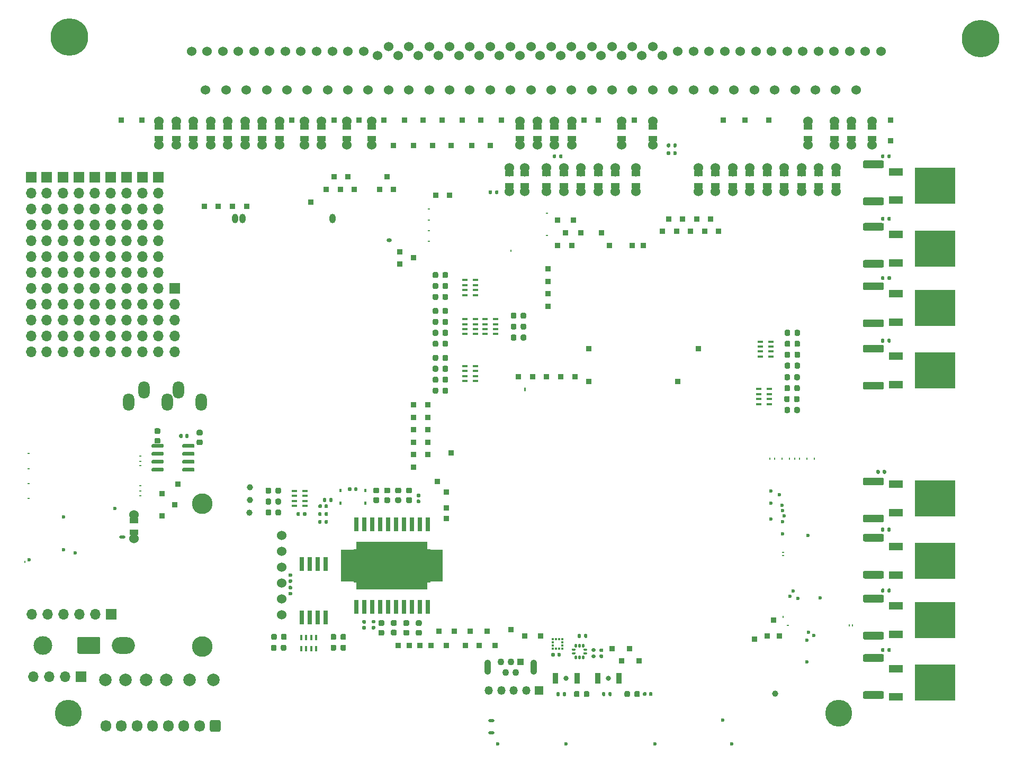
<source format=gts>
G75*
G70*
%OFA0B0*%
%FSLAX25Y25*%
%IPPOS*%
%LPD*%
%AMOC8*
5,1,8,0,0,1.08239X$1,22.5*
%
%ADD10R,0.03543X0.06693*%
%ADD104R,0.05500X0.03500*%
%ADD106C,0.04331*%
%ADD110O,0.06693X0.06693*%
%ADD112R,0.03346X0.03346*%
%ADD113O,0.00787X0.01575*%
%ADD114R,0.04331X0.04331*%
%ADD117R,0.03150X0.08661*%
%ADD118R,0.01772X0.02362*%
%ADD119O,0.05315X0.05315*%
%ADD13R,0.01575X0.03543*%
%ADD14O,0.03937X0.01969*%
%ADD15C,0.07874*%
%ADD17R,0.06693X0.06693*%
%ADD31R,0.03543X0.01575*%
%ADD32C,0.11811*%
%ADD36C,0.16929*%
%ADD38O,0.00787X0.01969*%
%ADD40O,0.01969X0.00984*%
%ADD43O,0.04331X0.09449*%
%ADD46O,0.03937X0.05906*%
%ADD47C,0.02362*%
%ADD48R,0.02520X0.08504*%
%ADD49R,0.01575X0.01378*%
%ADD54O,0.07087X0.11024*%
%ADD58C,0.03937*%
%ADD60R,0.00800X0.06000*%
%ADD61C,0.03150*%
%ADD65O,0.06693X0.07283*%
%ADD69R,0.01378X0.01575*%
%ADD70R,0.25197X0.22835*%
%ADD72R,0.08000X0.20000*%
%ADD73C,0.13000*%
%ADD74O,0.00984X0.01969*%
%ADD77R,0.45000X0.30000*%
%ADD81C,0.00039*%
%ADD82C,0.23622*%
%ADD83R,0.05315X0.05315*%
%ADD86O,0.14567X0.10630*%
%ADD91O,0.03150X0.02362*%
%ADD93R,0.08661X0.04724*%
%ADD97C,0.06000*%
X0000000Y0000000D02*
%LPD*%
G01*
D81*
X0257025Y0104847D02*
X0255377Y0104847D01*
X0255377Y0104847D02*
X0255377Y0125668D01*
X0255377Y0125668D02*
X0257025Y0125668D01*
X0257025Y0125668D02*
X0257025Y0104847D01*
G36*
X0257025Y0104847D02*
G01*
X0255377Y0104847D01*
X0255377Y0125668D01*
X0257025Y0125668D01*
X0257025Y0104847D01*
G37*
X0257025Y0104847D02*
X0255377Y0104847D01*
X0255377Y0125668D01*
X0257025Y0125668D01*
X0257025Y0104847D01*
X0210554Y0104847D02*
X0208977Y0104847D01*
X0208977Y0104847D02*
X0208977Y0125658D01*
X0208977Y0125658D02*
X0210554Y0125658D01*
X0210554Y0125658D02*
X0210554Y0104847D01*
G36*
X0210554Y0104847D02*
G01*
X0208977Y0104847D01*
X0208977Y0125658D01*
X0210554Y0125658D01*
X0210554Y0104847D01*
G37*
X0210554Y0104847D02*
X0208977Y0104847D01*
X0208977Y0125658D01*
X0210554Y0125658D01*
X0210554Y0104847D01*
G36*
G01*
X0316324Y0225385D02*
X0316324Y0227156D01*
G75*
G02*
X0316816Y0227649I0000492J0000000D01*
G01*
X0316816Y0227649D01*
G75*
G02*
X0317308Y0227156I0000000J-000492D01*
G01*
X0317308Y0225385D01*
G75*
G02*
X0316816Y0224893I-000492J0000000D01*
G01*
X0316816Y0224893D01*
G75*
G02*
X0316324Y0225385I0000000J0000492D01*
G01*
G37*
D82*
X0030050Y0448253D03*
X0603711Y0447268D03*
D97*
X0106861Y0439394D03*
X0126546Y0439394D03*
X0146231Y0439394D03*
X0165916Y0439394D03*
X0185601Y0439394D03*
X0205286Y0439394D03*
X0223987Y0436442D03*
X0236782Y0436442D03*
X0249577Y0436442D03*
X0262373Y0436442D03*
X0275168Y0436442D03*
X0287963Y0436442D03*
X0300758Y0436442D03*
X0313554Y0436442D03*
X0326349Y0436442D03*
X0339144Y0436442D03*
X0351940Y0436442D03*
X0364735Y0436442D03*
X0377530Y0436442D03*
X0390325Y0436442D03*
X0403121Y0436442D03*
X0422806Y0439394D03*
X0442491Y0439394D03*
X0462176Y0439394D03*
X0481861Y0439394D03*
X0501546Y0439394D03*
X0521231Y0439394D03*
X0540916Y0439394D03*
X0116703Y0439394D03*
X0136388Y0439394D03*
X0156073Y0439394D03*
X0175758Y0439394D03*
X0195444Y0439394D03*
X0215129Y0439394D03*
X0230877Y0442347D03*
X0243672Y0442347D03*
X0256467Y0442347D03*
X0269262Y0442347D03*
X0282058Y0442347D03*
X0294853Y0442347D03*
X0307648Y0442347D03*
X0320444Y0442347D03*
X0333239Y0442347D03*
X0346034Y0442347D03*
X0358829Y0442347D03*
X0371625Y0442347D03*
X0384420Y0442347D03*
X0397215Y0442347D03*
X0412963Y0439394D03*
X0432648Y0439394D03*
X0452333Y0439394D03*
X0472018Y0439394D03*
X0491703Y0439394D03*
X0511388Y0439394D03*
X0531073Y0439394D03*
X0115719Y0414788D03*
X0128514Y0414788D03*
X0141310Y0414788D03*
X0154105Y0414788D03*
X0166900Y0414788D03*
X0179695Y0414788D03*
X0192491Y0414788D03*
X0205286Y0414788D03*
X0218081Y0414788D03*
X0230877Y0414788D03*
X0243672Y0414788D03*
X0256467Y0414788D03*
X0269262Y0414788D03*
X0282058Y0414788D03*
X0294853Y0414788D03*
X0307648Y0414788D03*
X0320444Y0414788D03*
X0333239Y0414788D03*
X0346034Y0414788D03*
X0358829Y0414788D03*
X0371625Y0414788D03*
X0384420Y0414788D03*
X0397215Y0414788D03*
X0410010Y0414788D03*
X0422806Y0414788D03*
X0435601Y0414788D03*
X0448396Y0414788D03*
X0461192Y0414788D03*
X0473987Y0414788D03*
X0486782Y0414788D03*
X0499577Y0414788D03*
X0512373Y0414788D03*
X0525168Y0414788D03*
D104*
X0086324Y0391635D03*
D97*
X0086324Y0395385D03*
D60*
X0086324Y0392885D03*
X0086324Y0382885D03*
D97*
X0086324Y0380385D03*
D104*
X0086324Y0384135D03*
X0118804Y0391635D03*
D97*
X0118804Y0395385D03*
D60*
X0118804Y0392885D03*
D97*
X0118804Y0380385D03*
D60*
X0118804Y0382885D03*
D104*
X0118804Y0384135D03*
X0140458Y0391635D03*
D97*
X0140458Y0395385D03*
D60*
X0140458Y0392885D03*
D104*
X0140458Y0384135D03*
D97*
X0140458Y0380385D03*
D60*
X0140458Y0382885D03*
X0177859Y0392885D03*
D97*
X0177859Y0395385D03*
D104*
X0177859Y0391635D03*
D60*
X0177859Y0382885D03*
D104*
X0177859Y0384135D03*
D97*
X0177859Y0380385D03*
X0204434Y0395385D03*
D104*
X0204434Y0391635D03*
D60*
X0204434Y0392885D03*
D104*
X0204434Y0384135D03*
D60*
X0204434Y0382885D03*
D97*
X0204434Y0380385D03*
D104*
X0313686Y0391635D03*
D97*
X0313686Y0395385D03*
D60*
X0313686Y0392885D03*
D104*
X0313686Y0384135D03*
D60*
X0313686Y0382885D03*
D97*
X0313686Y0380385D03*
D60*
X0335340Y0392885D03*
D97*
X0335340Y0395385D03*
D104*
X0335340Y0391635D03*
X0335340Y0384135D03*
D97*
X0335340Y0380385D03*
D60*
X0335340Y0382885D03*
X0346166Y0392885D03*
D104*
X0346166Y0391635D03*
D97*
X0346166Y0395385D03*
D104*
X0346166Y0384135D03*
D60*
X0346166Y0382885D03*
D97*
X0346166Y0380385D03*
D60*
X0373725Y0363357D03*
D104*
X0373725Y0362107D03*
D97*
X0373725Y0365857D03*
D104*
X0373725Y0354607D03*
D60*
X0373725Y0353357D03*
D97*
X0373725Y0350857D03*
D60*
X0386521Y0363357D03*
D104*
X0386521Y0362107D03*
D97*
X0386521Y0365857D03*
X0386521Y0350857D03*
D60*
X0386521Y0353357D03*
D104*
X0386521Y0354607D03*
D97*
X0436718Y0365857D03*
D104*
X0436718Y0362107D03*
D60*
X0436718Y0363357D03*
D97*
X0436718Y0350857D03*
D104*
X0436718Y0354607D03*
D60*
X0436718Y0353357D03*
D104*
X0458371Y0362107D03*
D60*
X0458371Y0363357D03*
D97*
X0458371Y0365857D03*
X0458371Y0350857D03*
D60*
X0458371Y0353357D03*
D104*
X0458371Y0354607D03*
X0480025Y0362107D03*
D60*
X0480025Y0363357D03*
D97*
X0480025Y0365857D03*
X0480025Y0350857D03*
D104*
X0480025Y0354607D03*
D60*
X0480025Y0353357D03*
X0494788Y0392885D03*
D104*
X0494788Y0391635D03*
D97*
X0494788Y0395385D03*
X0494788Y0380385D03*
D104*
X0494788Y0384135D03*
D60*
X0494788Y0382885D03*
D97*
X0511521Y0395385D03*
D60*
X0511521Y0392885D03*
D104*
X0511521Y0391635D03*
D60*
X0511521Y0382885D03*
D97*
X0511521Y0380385D03*
D104*
X0511521Y0384135D03*
D97*
X0535143Y0395385D03*
D104*
X0535143Y0391635D03*
D60*
X0535143Y0392885D03*
D104*
X0535143Y0384135D03*
D97*
X0535143Y0380385D03*
D60*
X0535143Y0382885D03*
D104*
X0097151Y0391635D03*
D97*
X0097151Y0395385D03*
D60*
X0097151Y0392885D03*
D97*
X0097151Y0380385D03*
D60*
X0097151Y0382885D03*
D104*
X0097151Y0384135D03*
X0129631Y0391635D03*
D97*
X0129631Y0395385D03*
D60*
X0129631Y0392885D03*
D97*
X0129631Y0380385D03*
D104*
X0129631Y0384135D03*
D60*
X0129631Y0382885D03*
D104*
X0162111Y0391635D03*
D97*
X0162111Y0395385D03*
D60*
X0162111Y0392885D03*
D97*
X0162111Y0380385D03*
D104*
X0162111Y0384135D03*
D60*
X0162111Y0382885D03*
D104*
X0188686Y0391635D03*
D60*
X0188686Y0392885D03*
D97*
X0188686Y0395385D03*
D60*
X0188686Y0382885D03*
D104*
X0188686Y0384135D03*
D97*
X0188686Y0380385D03*
X0220182Y0395385D03*
D60*
X0220182Y0392885D03*
D104*
X0220182Y0391635D03*
D60*
X0220182Y0382885D03*
D104*
X0220182Y0384135D03*
D97*
X0220182Y0380385D03*
D104*
X0306796Y0362107D03*
D60*
X0306796Y0363357D03*
D97*
X0306796Y0365857D03*
D104*
X0306796Y0354607D03*
D97*
X0306796Y0350857D03*
D60*
X0306796Y0353357D03*
D104*
X0316639Y0362107D03*
D60*
X0316639Y0363357D03*
D97*
X0316639Y0365857D03*
D104*
X0316639Y0354607D03*
D60*
X0316639Y0353357D03*
D97*
X0316639Y0350857D03*
X0324513Y0395385D03*
D60*
X0324513Y0392885D03*
D104*
X0324513Y0391635D03*
D97*
X0324513Y0380385D03*
D60*
X0324513Y0382885D03*
D104*
X0324513Y0384135D03*
D60*
X0341245Y0363357D03*
D97*
X0341245Y0365857D03*
D104*
X0341245Y0362107D03*
D60*
X0341245Y0353357D03*
D104*
X0341245Y0354607D03*
D97*
X0341245Y0350857D03*
D104*
X0352072Y0362107D03*
D97*
X0352072Y0365857D03*
D60*
X0352072Y0363357D03*
D97*
X0352072Y0350857D03*
D60*
X0352072Y0353357D03*
D104*
X0352072Y0354607D03*
D60*
X0362899Y0363357D03*
D104*
X0362899Y0362107D03*
D97*
X0362899Y0365857D03*
D104*
X0362899Y0354607D03*
D60*
X0362899Y0353357D03*
D97*
X0362899Y0350857D03*
X0447544Y0365857D03*
D60*
X0447544Y0363357D03*
D104*
X0447544Y0362107D03*
D97*
X0447544Y0350857D03*
D104*
X0447544Y0354607D03*
D60*
X0447544Y0353357D03*
D104*
X0469198Y0362107D03*
D97*
X0469198Y0365857D03*
D60*
X0469198Y0363357D03*
D97*
X0469198Y0350857D03*
D60*
X0469198Y0353357D03*
D104*
X0469198Y0354607D03*
X0490851Y0362107D03*
D60*
X0490851Y0363357D03*
D97*
X0490851Y0365857D03*
D60*
X0490851Y0353357D03*
D104*
X0490851Y0354607D03*
D97*
X0490851Y0350857D03*
D60*
X0522347Y0392885D03*
D104*
X0522347Y0391635D03*
D97*
X0522347Y0395385D03*
X0522347Y0380385D03*
D60*
X0522347Y0382885D03*
D104*
X0522347Y0384135D03*
X0107977Y0391635D03*
D97*
X0107977Y0395385D03*
D60*
X0107977Y0392885D03*
D104*
X0107977Y0384135D03*
D60*
X0107977Y0382885D03*
D97*
X0107977Y0380385D03*
D60*
X0330418Y0363357D03*
D97*
X0330418Y0365857D03*
D104*
X0330418Y0362107D03*
D60*
X0330418Y0353357D03*
D97*
X0330418Y0350857D03*
D104*
X0330418Y0354607D03*
D97*
X0377662Y0395385D03*
D60*
X0377662Y0392885D03*
D104*
X0377662Y0391635D03*
X0377662Y0384135D03*
D97*
X0377662Y0380385D03*
D60*
X0377662Y0382885D03*
D97*
X0397347Y0395385D03*
D104*
X0397347Y0391635D03*
D60*
X0397347Y0392885D03*
D97*
X0397347Y0380385D03*
D104*
X0397347Y0384135D03*
D60*
X0397347Y0382885D03*
D104*
X0512505Y0362107D03*
D60*
X0512505Y0363357D03*
D97*
X0512505Y0365857D03*
D104*
X0512505Y0354607D03*
D97*
X0512505Y0350857D03*
D60*
X0512505Y0353357D03*
X0501678Y0363357D03*
D104*
X0501678Y0362107D03*
D97*
X0501678Y0365857D03*
D104*
X0501678Y0354607D03*
D60*
X0501678Y0353357D03*
D97*
X0501678Y0350857D03*
D60*
X0151284Y0392885D03*
D97*
X0151284Y0395385D03*
D104*
X0151284Y0391635D03*
D60*
X0151284Y0382885D03*
D97*
X0151284Y0380385D03*
D104*
X0151284Y0384135D03*
D60*
X0425891Y0363357D03*
D104*
X0425891Y0362107D03*
D97*
X0425891Y0365857D03*
D104*
X0425891Y0354607D03*
D97*
X0425891Y0350857D03*
D60*
X0425891Y0353357D03*
D93*
X0550103Y0127176D03*
D70*
X0574907Y0118200D03*
D93*
X0550103Y0109223D03*
X0550103Y0363397D03*
D70*
X0574907Y0354420D03*
D93*
X0550103Y0345444D03*
X0550103Y0166546D03*
D70*
X0574907Y0157570D03*
D93*
X0550103Y0148593D03*
X0550103Y0324027D03*
D70*
X0574907Y0315050D03*
D93*
X0550103Y0306074D03*
X0550103Y0247255D03*
D70*
X0574907Y0238279D03*
D93*
X0550103Y0229302D03*
X0550103Y0286625D03*
D70*
X0574907Y0277649D03*
D93*
X0550103Y0268672D03*
G36*
G01*
X0168332Y0102491D02*
X0169670Y0102491D01*
G75*
G02*
X0170221Y0101940I0000000J-000551D01*
G01*
X0170221Y0100838D01*
G75*
G02*
X0169670Y0100286I-000551J0000000D01*
G01*
X0168332Y0100286D01*
G75*
G02*
X0167781Y0100838I0000000J0000551D01*
G01*
X0167781Y0101940D01*
G75*
G02*
X0168332Y0102491I0000551J0000000D01*
G01*
G37*
G36*
G01*
X0168332Y0098712D02*
X0169670Y0098712D01*
G75*
G02*
X0170221Y0098160I0000000J-000551D01*
G01*
X0170221Y0097058D01*
G75*
G02*
X0169670Y0096507I-000551J0000000D01*
G01*
X0168332Y0096507D01*
G75*
G02*
X0167781Y0097058I0000000J0000551D01*
G01*
X0167781Y0098160D01*
G75*
G02*
X0168332Y0098712I0000551J0000000D01*
G01*
G37*
G36*
G01*
X0169670Y0104381D02*
X0168332Y0104381D01*
G75*
G02*
X0167781Y0104932I0000000J0000551D01*
G01*
X0167781Y0106034D01*
G75*
G02*
X0168332Y0106586I0000551J0000000D01*
G01*
X0169670Y0106586D01*
G75*
G02*
X0170221Y0106034I0000000J-000551D01*
G01*
X0170221Y0104932D01*
G75*
G02*
X0169670Y0104381I-000551J0000000D01*
G01*
G37*
G36*
G01*
X0169670Y0108160D02*
X0168332Y0108160D01*
G75*
G02*
X0167781Y0108712I0000000J0000551D01*
G01*
X0167781Y0109814D01*
G75*
G02*
X0168332Y0110365I0000551J0000000D01*
G01*
X0169670Y0110365D01*
G75*
G02*
X0170221Y0109814I0000000J-000551D01*
G01*
X0170221Y0108712D01*
G75*
G02*
X0169670Y0108160I-000551J0000000D01*
G01*
G37*
D17*
X0096363Y0289971D03*
D110*
X0096363Y0279971D03*
X0096363Y0269971D03*
X0096363Y0259971D03*
X0096363Y0249971D03*
D17*
X0005970Y0359971D03*
D110*
X0005970Y0349971D03*
X0005970Y0339971D03*
X0005970Y0329971D03*
X0005970Y0319971D03*
X0005970Y0309971D03*
X0005970Y0299971D03*
X0005970Y0289971D03*
X0005970Y0279971D03*
X0005970Y0269971D03*
X0005970Y0259971D03*
X0005970Y0249971D03*
D17*
X0015655Y0359971D03*
D110*
X0015655Y0349971D03*
X0015655Y0339971D03*
X0015655Y0329971D03*
X0015655Y0319971D03*
X0015655Y0309971D03*
X0015655Y0299971D03*
X0015655Y0289971D03*
X0015655Y0279971D03*
X0015655Y0269971D03*
X0015655Y0259971D03*
X0015655Y0249971D03*
D17*
X0025970Y0359971D03*
D110*
X0025970Y0349971D03*
X0025970Y0339971D03*
X0025970Y0329971D03*
X0025970Y0319971D03*
X0025970Y0309971D03*
X0025970Y0299971D03*
X0025970Y0289971D03*
X0025970Y0279971D03*
X0025970Y0269971D03*
X0025970Y0259971D03*
X0025970Y0249971D03*
D17*
X0035970Y0359971D03*
D110*
X0035970Y0349971D03*
X0035970Y0339971D03*
X0035970Y0329971D03*
X0035970Y0319971D03*
X0035970Y0309971D03*
X0035970Y0299971D03*
X0035970Y0289971D03*
X0035970Y0279971D03*
X0035970Y0269971D03*
X0035970Y0259971D03*
X0035970Y0249971D03*
D17*
X0045970Y0359971D03*
D110*
X0045970Y0349971D03*
X0045970Y0339971D03*
X0045970Y0329971D03*
X0045970Y0319971D03*
X0045970Y0309971D03*
X0045970Y0299971D03*
X0045970Y0289971D03*
X0045970Y0279971D03*
X0045970Y0269971D03*
X0045970Y0259971D03*
X0045970Y0249971D03*
D17*
X0055970Y0359971D03*
D110*
X0055970Y0349971D03*
X0055970Y0339971D03*
X0055970Y0329971D03*
X0055970Y0319971D03*
X0055970Y0309971D03*
X0055970Y0299971D03*
X0055970Y0289971D03*
X0055970Y0279971D03*
X0055970Y0269971D03*
X0055970Y0259971D03*
X0055970Y0249971D03*
D17*
X0065970Y0359971D03*
D110*
X0065970Y0349971D03*
X0065970Y0339971D03*
X0065970Y0329971D03*
X0065970Y0319971D03*
X0065970Y0309971D03*
X0065970Y0299971D03*
X0065970Y0289971D03*
X0065970Y0279971D03*
X0065970Y0269971D03*
X0065970Y0259971D03*
X0065970Y0249971D03*
D17*
X0075970Y0359971D03*
D110*
X0075970Y0349971D03*
X0075970Y0339971D03*
X0075970Y0329971D03*
X0075970Y0319971D03*
X0075970Y0309971D03*
X0075970Y0299971D03*
X0075970Y0289971D03*
X0075970Y0279971D03*
X0075970Y0269971D03*
X0075970Y0259971D03*
X0075970Y0249971D03*
D17*
X0085970Y0359971D03*
D110*
X0085970Y0349971D03*
X0085970Y0339971D03*
X0085970Y0329971D03*
X0085970Y0319971D03*
X0085970Y0309971D03*
X0085970Y0299971D03*
X0085970Y0289971D03*
X0085970Y0279971D03*
X0085970Y0269971D03*
X0085970Y0259971D03*
X0085970Y0249971D03*
D48*
X0176265Y0082688D03*
X0181265Y0082688D03*
X0186265Y0082688D03*
X0191265Y0082688D03*
X0191265Y0116310D03*
X0186265Y0116310D03*
X0181265Y0116310D03*
X0176265Y0116310D03*
D36*
X0514261Y0022294D03*
X0029261Y0022294D03*
G36*
G01*
X0365266Y0033589D02*
X0365266Y0035045D01*
G75*
G02*
X0365797Y0035577I0000531J0000000D01*
G01*
X0366860Y0035577D01*
G75*
G02*
X0367392Y0035045I0000000J-000531D01*
G01*
X0367392Y0033589D01*
G75*
G02*
X0366860Y0033057I-000531J0000000D01*
G01*
X0365797Y0033057D01*
G75*
G02*
X0365266Y0033589I0000000J0000531D01*
G01*
G37*
G36*
G01*
X0369282Y0033589D02*
X0369282Y0035045D01*
G75*
G02*
X0369813Y0035577I0000531J0000000D01*
G01*
X0370876Y0035577D01*
G75*
G02*
X0371407Y0035045I0000000J-000531D01*
G01*
X0371407Y0033589D01*
G75*
G02*
X0370876Y0033057I-000531J0000000D01*
G01*
X0369813Y0033057D01*
G75*
G02*
X0369282Y0033589I0000000J0000531D01*
G01*
G37*
G36*
G01*
X0166686Y0071376D02*
X0166686Y0069358D01*
G75*
G02*
X0165825Y0068497I-000861J0000000D01*
G01*
X0164103Y0068497D01*
G75*
G02*
X0163241Y0069358I0000000J0000861D01*
G01*
X0163241Y0071376D01*
G75*
G02*
X0164103Y0072237I0000861J0000000D01*
G01*
X0165825Y0072237D01*
G75*
G02*
X0166686Y0071376I0000000J-000861D01*
G01*
G37*
G36*
G01*
X0160485Y0071376D02*
X0160485Y0069358D01*
G75*
G02*
X0159624Y0068497I-000861J0000000D01*
G01*
X0157902Y0068497D01*
G75*
G02*
X0157041Y0069358I0000000J0000861D01*
G01*
X0157041Y0071376D01*
G75*
G02*
X0157902Y0072237I0000861J0000000D01*
G01*
X0159624Y0072237D01*
G75*
G02*
X0160485Y0071376I0000000J-000861D01*
G01*
G37*
G36*
G01*
X0541737Y0068692D02*
X0530517Y0068692D01*
G75*
G02*
X0529532Y0069676I0000000J0000984D01*
G01*
X0529532Y0072530D01*
G75*
G02*
X0530517Y0073515I0000984J0000000D01*
G01*
X0541737Y0073515D01*
G75*
G02*
X0542721Y0072530I0000000J-000984D01*
G01*
X0542721Y0069676D01*
G75*
G02*
X0541737Y0068692I-000984J0000000D01*
G01*
G37*
G36*
G01*
X0541737Y0092019D02*
X0530517Y0092019D01*
G75*
G02*
X0529532Y0093003I0000000J0000984D01*
G01*
X0529532Y0095857D01*
G75*
G02*
X0530517Y0096842I0000984J0000000D01*
G01*
X0541737Y0096842D01*
G75*
G02*
X0542721Y0095857I0000000J-000984D01*
G01*
X0542721Y0093003D01*
G75*
G02*
X0541737Y0092019I-000984J0000000D01*
G01*
G37*
D112*
X0205418Y0360134D03*
G36*
G01*
X0480271Y0260892D02*
X0480271Y0262909D01*
G75*
G02*
X0481132Y0263771I0000861J0000000D01*
G01*
X0482854Y0263771D01*
G75*
G02*
X0483716Y0262909I0000000J-000861D01*
G01*
X0483716Y0260892D01*
G75*
G02*
X0482854Y0260030I-000861J0000000D01*
G01*
X0481132Y0260030D01*
G75*
G02*
X0480271Y0260892I0000000J0000861D01*
G01*
G37*
G36*
G01*
X0486471Y0260892D02*
X0486471Y0262909D01*
G75*
G02*
X0487333Y0263771I0000861J0000000D01*
G01*
X0489055Y0263771D01*
G75*
G02*
X0489916Y0262909I0000000J-000861D01*
G01*
X0489916Y0260892D01*
G75*
G02*
X0489055Y0260030I-000861J0000000D01*
G01*
X0487333Y0260030D01*
G75*
G02*
X0486471Y0260892I0000000J0000861D01*
G01*
G37*
X0261521Y0168397D03*
X0331403Y0302255D03*
G36*
G01*
X0268312Y0262909D02*
X0268312Y0260892D01*
G75*
G02*
X0267451Y0260030I-000861J0000000D01*
G01*
X0265728Y0260030D01*
G75*
G02*
X0264867Y0260892I0000000J0000861D01*
G01*
X0264867Y0262909D01*
G75*
G02*
X0265728Y0263771I0000861J0000000D01*
G01*
X0267451Y0263771D01*
G75*
G02*
X0268312Y0262909I0000000J-000861D01*
G01*
G37*
G36*
G01*
X0262111Y0262909D02*
X0262111Y0260892D01*
G75*
G02*
X0261250Y0260030I-000861J0000000D01*
G01*
X0259528Y0260030D01*
G75*
G02*
X0258666Y0260892I0000000J0000861D01*
G01*
X0258666Y0262909D01*
G75*
G02*
X0259528Y0263771I0000861J0000000D01*
G01*
X0261250Y0263771D01*
G75*
G02*
X0262111Y0262909I0000000J-000861D01*
G01*
G37*
G36*
G01*
X0360674Y0057019D02*
X0359218Y0057019D01*
G75*
G02*
X0358686Y0057550I0000000J0000531D01*
G01*
X0358686Y0058613D01*
G75*
G02*
X0359218Y0059145I0000531J0000000D01*
G01*
X0360674Y0059145D01*
G75*
G02*
X0361206Y0058613I0000000J-000531D01*
G01*
X0361206Y0057550D01*
G75*
G02*
X0360674Y0057019I-000531J0000000D01*
G01*
G37*
G36*
G01*
X0360674Y0061034D02*
X0359218Y0061034D01*
G75*
G02*
X0358686Y0061566I0000000J0000531D01*
G01*
X0358686Y0062629D01*
G75*
G02*
X0359218Y0063160I0000531J0000000D01*
G01*
X0360674Y0063160D01*
G75*
G02*
X0361206Y0062629I0000000J-000531D01*
G01*
X0361206Y0061566D01*
G75*
G02*
X0360674Y0061034I-000531J0000000D01*
G01*
G37*
X0181796Y0344386D03*
G36*
G01*
X0307879Y0271718D02*
X0307879Y0273736D01*
G75*
G02*
X0308740Y0274597I0000861J0000000D01*
G01*
X0310463Y0274597D01*
G75*
G02*
X0311324Y0273736I0000000J-000861D01*
G01*
X0311324Y0271718D01*
G75*
G02*
X0310463Y0270857I-000861J0000000D01*
G01*
X0308740Y0270857D01*
G75*
G02*
X0307879Y0271718I0000000J0000861D01*
G01*
G37*
G36*
G01*
X0314080Y0271718D02*
X0314080Y0273736D01*
G75*
G02*
X0314941Y0274597I0000861J0000000D01*
G01*
X0316663Y0274597D01*
G75*
G02*
X0317525Y0273736I0000000J-000861D01*
G01*
X0317525Y0271718D01*
G75*
G02*
X0316663Y0270857I-000861J0000000D01*
G01*
X0314941Y0270857D01*
G75*
G02*
X0314080Y0271718I0000000J0000861D01*
G01*
G37*
D58*
X0474119Y0034538D03*
D112*
X0237899Y0305208D03*
G36*
G01*
X0268312Y0233382D02*
X0268312Y0231364D01*
G75*
G02*
X0267451Y0230503I-000861J0000000D01*
G01*
X0265728Y0230503D01*
G75*
G02*
X0264867Y0231364I0000000J0000861D01*
G01*
X0264867Y0233382D01*
G75*
G02*
X0265728Y0234243I0000861J0000000D01*
G01*
X0267451Y0234243D01*
G75*
G02*
X0268312Y0233382I0000000J-000861D01*
G01*
G37*
G36*
G01*
X0262111Y0233382D02*
X0262111Y0231364D01*
G75*
G02*
X0261250Y0230503I-000861J0000000D01*
G01*
X0259528Y0230503D01*
G75*
G02*
X0258666Y0231364I0000000J0000861D01*
G01*
X0258666Y0233382D01*
G75*
G02*
X0259528Y0234243I0000861J0000000D01*
G01*
X0261250Y0234243D01*
G75*
G02*
X0262111Y0233382I0000000J-000861D01*
G01*
G37*
X0267426Y0144775D03*
X0391127Y0317008D03*
X0469198Y0070956D03*
X0236914Y0065050D03*
G36*
G01*
X0241068Y0080818D02*
X0243036Y0080818D01*
G75*
G02*
X0243922Y0079932I0000000J-000886D01*
G01*
X0243922Y0078160D01*
G75*
G02*
X0243036Y0077275I-000886J0000000D01*
G01*
X0241068Y0077275D01*
G75*
G02*
X0240182Y0078160I0000000J0000886D01*
G01*
X0240182Y0079932D01*
G75*
G02*
X0241068Y0080818I0000886J0000000D01*
G01*
G37*
G36*
G01*
X0241068Y0074716D02*
X0243036Y0074716D01*
G75*
G02*
X0243922Y0073830I0000000J-000886D01*
G01*
X0243922Y0072058D01*
G75*
G02*
X0243036Y0071172I-000886J0000000D01*
G01*
X0241068Y0071172D01*
G75*
G02*
X0240182Y0072058I0000000J0000886D01*
G01*
X0240182Y0073830D01*
G75*
G02*
X0241068Y0074716I0000886J0000000D01*
G01*
G37*
X0062702Y0395759D03*
G36*
G01*
X0268312Y0256020D02*
X0268312Y0254002D01*
G75*
G02*
X0267451Y0253141I-000861J0000000D01*
G01*
X0265728Y0253141D01*
G75*
G02*
X0264867Y0254002I0000000J0000861D01*
G01*
X0264867Y0256020D01*
G75*
G02*
X0265728Y0256881I0000861J0000000D01*
G01*
X0267451Y0256881D01*
G75*
G02*
X0268312Y0256020I0000000J-000861D01*
G01*
G37*
G36*
G01*
X0262111Y0256020D02*
X0262111Y0254002D01*
G75*
G02*
X0261250Y0253141I-000861J0000000D01*
G01*
X0259528Y0253141D01*
G75*
G02*
X0258666Y0254002I0000000J0000861D01*
G01*
X0258666Y0256020D01*
G75*
G02*
X0259528Y0256881I0000861J0000000D01*
G01*
X0261250Y0256881D01*
G75*
G02*
X0262111Y0256020I0000000J-000861D01*
G01*
G37*
D61*
X0369321Y0044159D03*
D10*
X0362628Y0044159D03*
X0376014Y0044159D03*
G36*
G01*
X0357264Y0035326D02*
X0357264Y0033308D01*
G75*
G02*
X0356403Y0032447I-000861J0000000D01*
G01*
X0354680Y0032447D01*
G75*
G02*
X0353819Y0033308I0000000J0000861D01*
G01*
X0353819Y0035326D01*
G75*
G02*
X0354680Y0036187I0000861J0000000D01*
G01*
X0356403Y0036187D01*
G75*
G02*
X0357264Y0035326I0000000J-000861D01*
G01*
G37*
G36*
G01*
X0351063Y0035326D02*
X0351063Y0033308D01*
G75*
G02*
X0350202Y0032447I-000861J0000000D01*
G01*
X0348479Y0032447D01*
G75*
G02*
X0347618Y0033308I0000000J0000861D01*
G01*
X0347618Y0035326D01*
G75*
G02*
X0348479Y0036187I0000861J0000000D01*
G01*
X0350202Y0036187D01*
G75*
G02*
X0351063Y0035326I0000000J-000861D01*
G01*
G37*
D112*
X0262505Y0073908D03*
X0246757Y0200877D03*
X0277269Y0395759D03*
X0250694Y0065050D03*
D31*
X0285536Y0261113D03*
X0285536Y0264263D03*
X0285536Y0267412D03*
X0285536Y0270562D03*
X0278844Y0270562D03*
X0278844Y0267412D03*
X0278844Y0264263D03*
X0278844Y0261113D03*
D117*
X0255477Y0141231D03*
X0250477Y0141231D03*
X0245477Y0141231D03*
X0240477Y0141231D03*
X0235477Y0141231D03*
X0230477Y0141231D03*
X0225477Y0141231D03*
X0220477Y0141231D03*
X0215477Y0141231D03*
X0210477Y0141231D03*
X0210477Y0089263D03*
X0215477Y0089263D03*
X0220477Y0089263D03*
X0225477Y0089263D03*
X0230477Y0089263D03*
X0235477Y0089263D03*
X0240477Y0089263D03*
X0245477Y0089263D03*
X0250477Y0089263D03*
X0255477Y0089263D03*
D72*
X0260977Y0115247D03*
D77*
X0232977Y0115247D03*
D72*
X0204977Y0115247D03*
D93*
X0550103Y0089775D03*
D70*
X0574907Y0080798D03*
D93*
X0550103Y0071822D03*
D112*
X0257584Y0065050D03*
X0337308Y0332767D03*
X0420970Y0325877D03*
X0264473Y0395759D03*
D15*
X0090907Y0043397D03*
D112*
X0293017Y0073908D03*
X0331403Y0278633D03*
G36*
G01*
X0268312Y0269799D02*
X0268312Y0267781D01*
G75*
G02*
X0267451Y0266920I-000861J0000000D01*
G01*
X0265728Y0266920D01*
G75*
G02*
X0264867Y0267781I0000000J0000861D01*
G01*
X0264867Y0269799D01*
G75*
G02*
X0265728Y0270660I0000861J0000000D01*
G01*
X0267451Y0270660D01*
G75*
G02*
X0268312Y0269799I0000000J-000861D01*
G01*
G37*
G36*
G01*
X0262111Y0269799D02*
X0262111Y0267781D01*
G75*
G02*
X0261250Y0266920I-000861J0000000D01*
G01*
X0259528Y0266920D01*
G75*
G02*
X0258666Y0267781I0000000J0000861D01*
G01*
X0258666Y0269799D01*
G75*
G02*
X0259528Y0270660I0000861J0000000D01*
G01*
X0261250Y0270660D01*
G75*
G02*
X0262111Y0269799I0000000J-000861D01*
G01*
G37*
G36*
G01*
X0541737Y0226172D02*
X0530517Y0226172D01*
G75*
G02*
X0529532Y0227156I0000000J0000984D01*
G01*
X0529532Y0230011D01*
G75*
G02*
X0530517Y0230995I0000984J0000000D01*
G01*
X0541737Y0230995D01*
G75*
G02*
X0542721Y0230011I0000000J-000984D01*
G01*
X0542721Y0227156D01*
G75*
G02*
X0541737Y0226172I-000984J0000000D01*
G01*
G37*
G36*
G01*
X0541737Y0249499D02*
X0530517Y0249499D01*
G75*
G02*
X0529532Y0250483I0000000J0000984D01*
G01*
X0529532Y0253338D01*
G75*
G02*
X0530517Y0254322I0000984J0000000D01*
G01*
X0541737Y0254322D01*
G75*
G02*
X0542721Y0253338I0000000J-000984D01*
G01*
X0542721Y0250483D01*
G75*
G02*
X0541737Y0249499I-000984J0000000D01*
G01*
G37*
G36*
G01*
X0268312Y0299327D02*
X0268312Y0297309D01*
G75*
G02*
X0267451Y0296448I-000861J0000000D01*
G01*
X0265728Y0296448D01*
G75*
G02*
X0264867Y0297309I0000000J0000861D01*
G01*
X0264867Y0299327D01*
G75*
G02*
X0265728Y0300188I0000861J0000000D01*
G01*
X0267451Y0300188D01*
G75*
G02*
X0268312Y0299327I0000000J-000861D01*
G01*
G37*
G36*
G01*
X0262111Y0299327D02*
X0262111Y0297309D01*
G75*
G02*
X0261250Y0296448I-000861J0000000D01*
G01*
X0259528Y0296448D01*
G75*
G02*
X0258666Y0297309I0000000J0000861D01*
G01*
X0258666Y0299327D01*
G75*
G02*
X0259528Y0300188I0000861J0000000D01*
G01*
X0261250Y0300188D01*
G75*
G02*
X0262111Y0299327I0000000J-000861D01*
G01*
G37*
X0191639Y0352260D03*
X0424907Y0333751D03*
G36*
G01*
X0224119Y0154716D02*
X0222151Y0154716D01*
G75*
G02*
X0221265Y0155601I0000000J0000886D01*
G01*
X0221265Y0157373D01*
G75*
G02*
X0222151Y0158259I0000886J0000000D01*
G01*
X0224119Y0158259D01*
G75*
G02*
X0225005Y0157373I0000000J-000886D01*
G01*
X0225005Y0155601D01*
G75*
G02*
X0224119Y0154716I-000886J0000000D01*
G01*
G37*
G36*
G01*
X0224119Y0160818D02*
X0222151Y0160818D01*
G75*
G02*
X0221265Y0161704I0000000J0000886D01*
G01*
X0221265Y0163475D01*
G75*
G02*
X0222151Y0164361I0000886J0000000D01*
G01*
X0224119Y0164361D01*
G75*
G02*
X0225005Y0163475I0000000J-000886D01*
G01*
X0225005Y0161704D01*
G75*
G02*
X0224119Y0160818I-000886J0000000D01*
G01*
G37*
G36*
G01*
X0480271Y0247112D02*
X0480271Y0249130D01*
G75*
G02*
X0481132Y0249991I0000861J0000000D01*
G01*
X0482854Y0249991D01*
G75*
G02*
X0483716Y0249130I0000000J-000861D01*
G01*
X0483716Y0247112D01*
G75*
G02*
X0482854Y0246251I-000861J0000000D01*
G01*
X0481132Y0246251D01*
G75*
G02*
X0480271Y0247112I0000000J0000861D01*
G01*
G37*
G36*
G01*
X0486471Y0247112D02*
X0486471Y0249130D01*
G75*
G02*
X0487333Y0249991I0000861J0000000D01*
G01*
X0489055Y0249991D01*
G75*
G02*
X0489916Y0249130I0000000J-000861D01*
G01*
X0489916Y0247112D01*
G75*
G02*
X0489055Y0246251I-000861J0000000D01*
G01*
X0487333Y0246251D01*
G75*
G02*
X0486471Y0247112I0000000J0000861D01*
G01*
G37*
X0294985Y0380011D03*
G36*
G01*
X0237899Y0154716D02*
X0235930Y0154716D01*
G75*
G02*
X0235044Y0155601I0000000J0000886D01*
G01*
X0235044Y0157373D01*
G75*
G02*
X0235930Y0158259I0000886J0000000D01*
G01*
X0237899Y0158259D01*
G75*
G02*
X0238784Y0157373I0000000J-000886D01*
G01*
X0238784Y0155601D01*
G75*
G02*
X0237899Y0154716I-000886J0000000D01*
G01*
G37*
G36*
G01*
X0237899Y0160818D02*
X0235930Y0160818D01*
G75*
G02*
X0235044Y0161704I0000000J0000886D01*
G01*
X0235044Y0163475D01*
G75*
G02*
X0235930Y0164361I0000886J0000000D01*
G01*
X0237899Y0164361D01*
G75*
G02*
X0238784Y0163475I0000000J-000886D01*
G01*
X0238784Y0161704D01*
G75*
G02*
X0237899Y0160818I-000886J0000000D01*
G01*
G37*
D31*
X0285536Y0285719D03*
X0285536Y0288869D03*
X0285536Y0292019D03*
X0285536Y0295168D03*
X0278844Y0295168D03*
X0278844Y0292019D03*
X0278844Y0288869D03*
X0278844Y0285719D03*
D112*
X0473135Y0080798D03*
X0369788Y0317019D03*
X0307781Y0074893D03*
G36*
G01*
X0233194Y0080916D02*
X0235162Y0080916D01*
G75*
G02*
X0236048Y0080030I0000000J-000886D01*
G01*
X0236048Y0078259D01*
G75*
G02*
X0235162Y0077373I-000886J0000000D01*
G01*
X0233194Y0077373D01*
G75*
G02*
X0232308Y0078259I0000000J0000886D01*
G01*
X0232308Y0080030D01*
G75*
G02*
X0233194Y0080916I0000886J0000000D01*
G01*
G37*
G36*
G01*
X0233194Y0074814D02*
X0235162Y0074814D01*
G75*
G02*
X0236048Y0073928I0000000J-000886D01*
G01*
X0236048Y0072156D01*
G75*
G02*
X0235162Y0071271I-000886J0000000D01*
G01*
X0233194Y0071271D01*
G75*
G02*
X0232308Y0072156I0000000J0000886D01*
G01*
X0232308Y0073928D01*
G75*
G02*
X0233194Y0074814I0000886J0000000D01*
G01*
G37*
G36*
G01*
X0211363Y0164145D02*
X0211363Y0162806D01*
G75*
G02*
X0210812Y0162255I-000551J0000000D01*
G01*
X0209710Y0162255D01*
G75*
G02*
X0209158Y0162806I0000000J0000551D01*
G01*
X0209158Y0164145D01*
G75*
G02*
X0209710Y0164696I0000551J0000000D01*
G01*
X0210812Y0164696D01*
G75*
G02*
X0211363Y0164145I0000000J-000551D01*
G01*
G37*
G36*
G01*
X0207584Y0164145D02*
X0207584Y0162806D01*
G75*
G02*
X0207032Y0162255I-000551J0000000D01*
G01*
X0205930Y0162255D01*
G75*
G02*
X0205379Y0162806I0000000J0000551D01*
G01*
X0205379Y0164145D01*
G75*
G02*
X0205930Y0164696I0000551J0000000D01*
G01*
X0207032Y0164696D01*
G75*
G02*
X0207584Y0164145I0000000J-000551D01*
G01*
G37*
G36*
G01*
X0412229Y0375818D02*
X0412229Y0374361D01*
G75*
G02*
X0411698Y0373830I-000531J0000000D01*
G01*
X0410635Y0373830D01*
G75*
G02*
X0410103Y0374361I0000000J0000531D01*
G01*
X0410103Y0375818D01*
G75*
G02*
X0410635Y0376349I0000531J0000000D01*
G01*
X0411698Y0376349D01*
G75*
G02*
X0412229Y0375818I0000000J-000531D01*
G01*
G37*
G36*
G01*
X0408214Y0375818D02*
X0408214Y0374361D01*
G75*
G02*
X0407682Y0373830I-000531J0000000D01*
G01*
X0406619Y0373830D01*
G75*
G02*
X0406088Y0374361I0000000J0000531D01*
G01*
X0406088Y0375818D01*
G75*
G02*
X0406619Y0376349I0000531J0000000D01*
G01*
X0407682Y0376349D01*
G75*
G02*
X0408214Y0375818I0000000J-000531D01*
G01*
G37*
G36*
G01*
X0530517Y0059440D02*
X0541737Y0059440D01*
G75*
G02*
X0542721Y0058456I0000000J-000984D01*
G01*
X0542721Y0055601D01*
G75*
G02*
X0541737Y0054617I-000984J0000000D01*
G01*
X0530517Y0054617D01*
G75*
G02*
X0529532Y0055601I0000000J0000984D01*
G01*
X0529532Y0058456D01*
G75*
G02*
X0530517Y0059440I0000984J0000000D01*
G01*
G37*
G36*
G01*
X0530517Y0036113D02*
X0541737Y0036113D01*
G75*
G02*
X0542721Y0035129I0000000J-000984D01*
G01*
X0542721Y0032275D01*
G75*
G02*
X0541737Y0031290I-000984J0000000D01*
G01*
X0530517Y0031290D01*
G75*
G02*
X0529532Y0032275I0000000J0000984D01*
G01*
X0529532Y0035129D01*
G75*
G02*
X0530517Y0036113I0000984J0000000D01*
G01*
G37*
D58*
X0143558Y0156586D03*
G36*
G01*
X0480123Y0212270D02*
X0480123Y0214287D01*
G75*
G02*
X0480984Y0215149I0000861J0000000D01*
G01*
X0482707Y0215149D01*
G75*
G02*
X0483568Y0214287I0000000J-000861D01*
G01*
X0483568Y0212270D01*
G75*
G02*
X0482707Y0211408I-000861J0000000D01*
G01*
X0480984Y0211408D01*
G75*
G02*
X0480123Y0212270I0000000J0000861D01*
G01*
G37*
G36*
G01*
X0486324Y0212270D02*
X0486324Y0214287D01*
G75*
G02*
X0487185Y0215149I0000861J0000000D01*
G01*
X0488907Y0215149D01*
G75*
G02*
X0489769Y0214287I0000000J-000861D01*
G01*
X0489769Y0212270D01*
G75*
G02*
X0488907Y0211408I-000861J0000000D01*
G01*
X0487185Y0211408D01*
G75*
G02*
X0486324Y0212270I0000000J0000861D01*
G01*
G37*
D83*
X0325497Y0036507D03*
D119*
X0317623Y0036507D03*
X0309749Y0036507D03*
X0301875Y0036507D03*
X0294001Y0036507D03*
D112*
X0288095Y0065050D03*
X0384237Y0317008D03*
X0255615Y0200877D03*
G36*
G01*
X0293883Y0349755D02*
X0293883Y0351212D01*
G75*
G02*
X0294414Y0351743I0000531J0000000D01*
G01*
X0295477Y0351743D01*
G75*
G02*
X0296009Y0351212I0000000J-000531D01*
G01*
X0296009Y0349755D01*
G75*
G02*
X0295477Y0349223I-000531J0000000D01*
G01*
X0294414Y0349223D01*
G75*
G02*
X0293883Y0349755I0000000J0000531D01*
G01*
G37*
G36*
G01*
X0297899Y0349755D02*
X0297899Y0351212D01*
G75*
G02*
X0298430Y0351743I0000531J0000000D01*
G01*
X0299493Y0351743D01*
G75*
G02*
X0300025Y0351212I0000000J-000531D01*
G01*
X0300025Y0349755D01*
G75*
G02*
X0299493Y0349223I-000531J0000000D01*
G01*
X0298430Y0349223D01*
G75*
G02*
X0297899Y0349755I0000000J0000531D01*
G01*
G37*
G36*
G01*
X0541737Y0107078D02*
X0530517Y0107078D01*
G75*
G02*
X0529532Y0108062I0000000J0000984D01*
G01*
X0529532Y0110916D01*
G75*
G02*
X0530517Y0111901I0000984J0000000D01*
G01*
X0541737Y0111901D01*
G75*
G02*
X0542721Y0110916I0000000J-000984D01*
G01*
X0542721Y0108062D01*
G75*
G02*
X0541737Y0107078I-000984J0000000D01*
G01*
G37*
G36*
G01*
X0541737Y0130405D02*
X0530517Y0130405D01*
G75*
G02*
X0529532Y0131389I0000000J0000984D01*
G01*
X0529532Y0134243D01*
G75*
G02*
X0530517Y0135227I0000984J0000000D01*
G01*
X0541737Y0135227D01*
G75*
G02*
X0542721Y0134243I0000000J-000984D01*
G01*
X0542721Y0131389D01*
G75*
G02*
X0541737Y0130405I-000984J0000000D01*
G01*
G37*
D31*
X0463883Y0226468D03*
X0463883Y0223318D03*
X0463883Y0220168D03*
X0463883Y0217019D03*
X0470576Y0217019D03*
X0470576Y0220168D03*
X0470576Y0223318D03*
X0470576Y0226468D03*
D112*
X0429828Y0325877D03*
X0243804Y0065050D03*
G36*
G01*
X0231009Y0154716D02*
X0229040Y0154716D01*
G75*
G02*
X0228155Y0155601I0000000J0000886D01*
G01*
X0228155Y0157373D01*
G75*
G02*
X0229040Y0158259I0000886J0000000D01*
G01*
X0231009Y0158259D01*
G75*
G02*
X0231895Y0157373I0000000J-000886D01*
G01*
X0231895Y0155601D01*
G75*
G02*
X0231009Y0154716I-000886J0000000D01*
G01*
G37*
G36*
G01*
X0231009Y0160818D02*
X0229040Y0160818D01*
G75*
G02*
X0228155Y0161704I0000000J0000886D01*
G01*
X0228155Y0163475D01*
G75*
G02*
X0229040Y0164361I0000886J0000000D01*
G01*
X0231009Y0164361D01*
G75*
G02*
X0231895Y0163475I0000000J-000886D01*
G01*
X0231895Y0161704D01*
G75*
G02*
X0231009Y0160818I-000886J0000000D01*
G01*
G37*
X0356993Y0252058D03*
G36*
G01*
X0537977Y0173574D02*
X0537977Y0175030D01*
G75*
G02*
X0538509Y0175562I0000531J0000000D01*
G01*
X0539572Y0175562D01*
G75*
G02*
X0540103Y0175030I0000000J-000531D01*
G01*
X0540103Y0173574D01*
G75*
G02*
X0539572Y0173042I-000531J0000000D01*
G01*
X0538509Y0173042D01*
G75*
G02*
X0537977Y0173574I0000000J0000531D01*
G01*
G37*
G36*
G01*
X0541993Y0173574D02*
X0541993Y0175030D01*
G75*
G02*
X0542525Y0175562I0000531J0000000D01*
G01*
X0543588Y0175562D01*
G75*
G02*
X0544119Y0175030I0000000J-000531D01*
G01*
X0544119Y0173574D01*
G75*
G02*
X0543588Y0173042I-000531J0000000D01*
G01*
X0542525Y0173042D01*
G75*
G02*
X0541993Y0173574I0000000J0000531D01*
G01*
G37*
X0225103Y0352260D03*
X0413095Y0231389D03*
G36*
G01*
X0334277Y0372393D02*
X0334277Y0373849D01*
G75*
G02*
X0334808Y0374381I0000531J0000000D01*
G01*
X0335871Y0374381D01*
G75*
G02*
X0336403Y0373849I0000000J-000531D01*
G01*
X0336403Y0372393D01*
G75*
G02*
X0335871Y0371861I-000531J0000000D01*
G01*
X0334808Y0371861D01*
G75*
G02*
X0334277Y0372393I0000000J0000531D01*
G01*
G37*
G36*
G01*
X0338292Y0372393D02*
X0338292Y0373849D01*
G75*
G02*
X0338824Y0374381I0000531J0000000D01*
G01*
X0339887Y0374381D01*
G75*
G02*
X0340418Y0373849I0000000J-000531D01*
G01*
X0340418Y0372393D01*
G75*
G02*
X0339887Y0371861I-000531J0000000D01*
G01*
X0338824Y0371861D01*
G75*
G02*
X0338292Y0372393I0000000J0000531D01*
G01*
G37*
X0228056Y0395759D03*
X0297938Y0065050D03*
X0455418Y0395759D03*
G36*
G01*
X0530517Y0331093D02*
X0541737Y0331093D01*
G75*
G02*
X0542721Y0330109I0000000J-000984D01*
G01*
X0542721Y0327255D01*
G75*
G02*
X0541737Y0326271I-000984J0000000D01*
G01*
X0530517Y0326271D01*
G75*
G02*
X0529532Y0327255I0000000J0000984D01*
G01*
X0529532Y0330109D01*
G75*
G02*
X0530517Y0331093I0000984J0000000D01*
G01*
G37*
G36*
G01*
X0530517Y0307767D02*
X0541737Y0307767D01*
G75*
G02*
X0542721Y0306782I0000000J-000984D01*
G01*
X0542721Y0303928D01*
G75*
G02*
X0541737Y0302944I-000984J0000000D01*
G01*
X0530517Y0302944D01*
G75*
G02*
X0529532Y0303928I0000000J0000984D01*
G01*
X0529532Y0306782D01*
G75*
G02*
X0530517Y0307767I0000984J0000000D01*
G01*
G37*
D31*
X0464867Y0256389D03*
X0464867Y0253239D03*
X0464867Y0250090D03*
X0464867Y0246940D03*
X0471560Y0246940D03*
X0471560Y0250090D03*
X0471560Y0253239D03*
X0471560Y0256389D03*
D112*
X0352072Y0324893D03*
G36*
G01*
X0307879Y0264829D02*
X0307879Y0266846D01*
G75*
G02*
X0308740Y0267708I0000861J0000000D01*
G01*
X0310463Y0267708D01*
G75*
G02*
X0311324Y0266846I0000000J-000861D01*
G01*
X0311324Y0264829D01*
G75*
G02*
X0310463Y0263968I-000861J0000000D01*
G01*
X0308740Y0263968D01*
G75*
G02*
X0307879Y0264829I0000000J0000861D01*
G01*
G37*
G36*
G01*
X0314080Y0264829D02*
X0314080Y0266846D01*
G75*
G02*
X0314941Y0267708I0000861J0000000D01*
G01*
X0316663Y0267708D01*
G75*
G02*
X0317525Y0266846I0000000J-000861D01*
G01*
X0317525Y0264829D01*
G75*
G02*
X0316663Y0263968I-000861J0000000D01*
G01*
X0314941Y0263968D01*
G75*
G02*
X0314080Y0264829I0000000J0000861D01*
G01*
G37*
X0326481Y0070956D03*
G36*
G01*
X0186757Y0151979D02*
X0186757Y0153318D01*
G75*
G02*
X0187308Y0153869I0000551J0000000D01*
G01*
X0188410Y0153869D01*
G75*
G02*
X0188962Y0153318I0000000J-000551D01*
G01*
X0188962Y0151979D01*
G75*
G02*
X0188410Y0151428I-000551J0000000D01*
G01*
X0187308Y0151428D01*
G75*
G02*
X0186757Y0151979I0000000J0000551D01*
G01*
G37*
G36*
G01*
X0190536Y0151979D02*
X0190536Y0153318D01*
G75*
G02*
X0191088Y0153869I0000551J0000000D01*
G01*
X0192190Y0153869D01*
G75*
G02*
X0192741Y0153318I0000000J-000551D01*
G01*
X0192741Y0151979D01*
G75*
G02*
X0192190Y0151428I-000551J0000000D01*
G01*
X0191088Y0151428D01*
G75*
G02*
X0190536Y0151979I0000000J0000551D01*
G01*
G37*
X0331403Y0294381D03*
G36*
G01*
X0112899Y0191133D02*
X0110930Y0191133D01*
G75*
G02*
X0110044Y0192019I0000000J0000886D01*
G01*
X0110044Y0193790D01*
G75*
G02*
X0110930Y0194676I0000886J0000000D01*
G01*
X0112899Y0194676D01*
G75*
G02*
X0113784Y0193790I0000000J-000886D01*
G01*
X0113784Y0192019D01*
G75*
G02*
X0112899Y0191133I-000886J0000000D01*
G01*
G37*
G36*
G01*
X0112899Y0197235D02*
X0110930Y0197235D01*
G75*
G02*
X0110044Y0198121I0000000J0000886D01*
G01*
X0110044Y0199893D01*
G75*
G02*
X0110930Y0200779I0000886J0000000D01*
G01*
X0112899Y0200779D01*
G75*
G02*
X0113784Y0199893I0000000J-000886D01*
G01*
X0113784Y0198121D01*
G75*
G02*
X0112899Y0197235I-000886J0000000D01*
G01*
G37*
G36*
G01*
X0480271Y0240222D02*
X0480271Y0242240D01*
G75*
G02*
X0481132Y0243101I0000861J0000000D01*
G01*
X0482854Y0243101D01*
G75*
G02*
X0483716Y0242240I0000000J-000861D01*
G01*
X0483716Y0240222D01*
G75*
G02*
X0482854Y0239361I-000861J0000000D01*
G01*
X0481132Y0239361D01*
G75*
G02*
X0480271Y0240222I0000000J0000861D01*
G01*
G37*
G36*
G01*
X0486471Y0240222D02*
X0486471Y0242240D01*
G75*
G02*
X0487333Y0243101I0000861J0000000D01*
G01*
X0489055Y0243101D01*
G75*
G02*
X0489916Y0242240I0000000J-000861D01*
G01*
X0489916Y0240222D01*
G75*
G02*
X0489055Y0239361I-000861J0000000D01*
G01*
X0487333Y0239361D01*
G75*
G02*
X0486471Y0240222I0000000J0000861D01*
G01*
G37*
X0416048Y0333751D03*
X0230025Y0360134D03*
G36*
G01*
X0336575Y0033589D02*
X0336575Y0035045D01*
G75*
G02*
X0337106Y0035577I0000531J0000000D01*
G01*
X0338169Y0035577D01*
G75*
G02*
X0338701Y0035045I0000000J-000531D01*
G01*
X0338701Y0033589D01*
G75*
G02*
X0338169Y0033057I-000531J0000000D01*
G01*
X0337106Y0033057D01*
G75*
G02*
X0336575Y0033589I0000000J0000531D01*
G01*
G37*
G36*
G01*
X0340591Y0033589D02*
X0340591Y0035045D01*
G75*
G02*
X0341122Y0035577I0000531J0000000D01*
G01*
X0342185Y0035577D01*
G75*
G02*
X0342717Y0035045I0000000J-000531D01*
G01*
X0342717Y0033589D01*
G75*
G02*
X0342185Y0033057I-000531J0000000D01*
G01*
X0341122Y0033057D01*
G75*
G02*
X0340591Y0033589I0000000J0000531D01*
G01*
G37*
D93*
X0550103Y0050405D03*
D70*
X0574907Y0041428D03*
D93*
X0550103Y0032452D03*
D112*
X0337308Y0317019D03*
X0255615Y0193003D03*
X0141442Y0341625D03*
X0233962Y0352260D03*
G36*
G01*
X0268312Y0292437D02*
X0268312Y0290419D01*
G75*
G02*
X0267451Y0289558I-000861J0000000D01*
G01*
X0265728Y0289558D01*
G75*
G02*
X0264867Y0290419I0000000J0000861D01*
G01*
X0264867Y0292437D01*
G75*
G02*
X0265728Y0293298I0000861J0000000D01*
G01*
X0267451Y0293298D01*
G75*
G02*
X0268312Y0292437I0000000J-000861D01*
G01*
G37*
G36*
G01*
X0262111Y0292437D02*
X0262111Y0290419D01*
G75*
G02*
X0261250Y0289558I-000861J0000000D01*
G01*
X0259528Y0289558D01*
G75*
G02*
X0258666Y0290419I0000000J0000861D01*
G01*
X0258666Y0292437D01*
G75*
G02*
X0259528Y0293298I0000861J0000000D01*
G01*
X0261250Y0293298D01*
G75*
G02*
X0262111Y0292437I0000000J-000861D01*
G01*
G37*
G36*
G01*
X0479975Y0219159D02*
X0479975Y0221177D01*
G75*
G02*
X0480837Y0222038I0000861J0000000D01*
G01*
X0482559Y0222038D01*
G75*
G02*
X0483420Y0221177I0000000J-000861D01*
G01*
X0483420Y0219159D01*
G75*
G02*
X0482559Y0218298I-000861J0000000D01*
G01*
X0480837Y0218298D01*
G75*
G02*
X0479975Y0219159I0000000J0000861D01*
G01*
G37*
G36*
G01*
X0486176Y0219159D02*
X0486176Y0221177D01*
G75*
G02*
X0487037Y0222038I0000861J0000000D01*
G01*
X0488760Y0222038D01*
G75*
G02*
X0489621Y0221177I0000000J-000861D01*
G01*
X0489621Y0219159D01*
G75*
G02*
X0488760Y0218298I-000861J0000000D01*
G01*
X0487037Y0218298D01*
G75*
G02*
X0486176Y0219159I0000000J0000861D01*
G01*
G37*
X0246757Y0208751D03*
D31*
X0285536Y0231586D03*
X0285536Y0234735D03*
X0285536Y0237885D03*
X0285536Y0241034D03*
X0278844Y0241034D03*
X0278844Y0237885D03*
X0278844Y0234735D03*
X0278844Y0231586D03*
D114*
X0314080Y0054716D03*
D106*
X0310930Y0047826D03*
X0307781Y0054716D03*
X0304631Y0047826D03*
X0301481Y0054716D03*
D43*
X0322151Y0051271D03*
X0293410Y0051271D03*
G36*
G01*
X0547072Y0062826D02*
X0547072Y0061369D01*
G75*
G02*
X0546540Y0060838I-000531J0000000D01*
G01*
X0545477Y0060838D01*
G75*
G02*
X0544946Y0061369I0000000J0000531D01*
G01*
X0544946Y0062826D01*
G75*
G02*
X0545477Y0063357I0000531J0000000D01*
G01*
X0546540Y0063357D01*
G75*
G02*
X0547072Y0062826I0000000J-000531D01*
G01*
G37*
G36*
G01*
X0543056Y0062826D02*
X0543056Y0061369D01*
G75*
G02*
X0542525Y0060838I-000531J0000000D01*
G01*
X0541462Y0060838D01*
G75*
G02*
X0540930Y0061369I0000000J0000531D01*
G01*
X0540930Y0062826D01*
G75*
G02*
X0541462Y0063357I0000531J0000000D01*
G01*
X0542525Y0063357D01*
G75*
G02*
X0543056Y0062826I0000000J-000531D01*
G01*
G37*
D112*
X0403253Y0325877D03*
X0196560Y0395759D03*
X0255615Y0208751D03*
X0289080Y0395759D03*
G36*
G01*
X0547111Y0297078D02*
X0547111Y0295621D01*
G75*
G02*
X0546580Y0295090I-000531J0000000D01*
G01*
X0545517Y0295090D01*
G75*
G02*
X0544985Y0295621I0000000J0000531D01*
G01*
X0544985Y0297078D01*
G75*
G02*
X0545517Y0297609I0000531J0000000D01*
G01*
X0546580Y0297609D01*
G75*
G02*
X0547111Y0297078I0000000J-000531D01*
G01*
G37*
G36*
G01*
X0543095Y0297078D02*
X0543095Y0295621D01*
G75*
G02*
X0542564Y0295090I-000531J0000000D01*
G01*
X0541501Y0295090D01*
G75*
G02*
X0540970Y0295621I0000000J0000531D01*
G01*
X0540970Y0297078D01*
G75*
G02*
X0541501Y0297609I0000531J0000000D01*
G01*
X0542564Y0297609D01*
G75*
G02*
X0543095Y0297078I0000000J-000531D01*
G01*
G37*
X0301875Y0395759D03*
G36*
G01*
X0081599Y0190070D02*
X0081599Y0191251D01*
G75*
G02*
X0082190Y0191842I0000591J0000000D01*
G01*
X0088686Y0191842D01*
G75*
G02*
X0089277Y0191251I0000000J-000591D01*
G01*
X0089277Y0190070D01*
G75*
G02*
X0088686Y0189479I-000591J0000000D01*
G01*
X0082190Y0189479D01*
G75*
G02*
X0081599Y0190070I0000000J0000591D01*
G01*
G37*
G36*
G01*
X0081599Y0185070D02*
X0081599Y0186251D01*
G75*
G02*
X0082190Y0186842I0000591J0000000D01*
G01*
X0088686Y0186842D01*
G75*
G02*
X0089277Y0186251I0000000J-000591D01*
G01*
X0089277Y0185070D01*
G75*
G02*
X0088686Y0184479I-000591J0000000D01*
G01*
X0082190Y0184479D01*
G75*
G02*
X0081599Y0185070I0000000J0000591D01*
G01*
G37*
G36*
G01*
X0081599Y0180070D02*
X0081599Y0181251D01*
G75*
G02*
X0082190Y0181842I0000591J0000000D01*
G01*
X0088686Y0181842D01*
G75*
G02*
X0089277Y0181251I0000000J-000591D01*
G01*
X0089277Y0180070D01*
G75*
G02*
X0088686Y0179479I-000591J0000000D01*
G01*
X0082190Y0179479D01*
G75*
G02*
X0081599Y0180070I0000000J0000591D01*
G01*
G37*
G36*
G01*
X0081599Y0175070D02*
X0081599Y0176251D01*
G75*
G02*
X0082190Y0176842I0000591J0000000D01*
G01*
X0088686Y0176842D01*
G75*
G02*
X0089277Y0176251I0000000J-000591D01*
G01*
X0089277Y0175070D01*
G75*
G02*
X0088686Y0174479I-000591J0000000D01*
G01*
X0082190Y0174479D01*
G75*
G02*
X0081599Y0175070I0000000J0000591D01*
G01*
G37*
G36*
G01*
X0101088Y0175070D02*
X0101088Y0176251D01*
G75*
G02*
X0101678Y0176842I0000591J0000000D01*
G01*
X0108174Y0176842D01*
G75*
G02*
X0108765Y0176251I0000000J-000591D01*
G01*
X0108765Y0175070D01*
G75*
G02*
X0108174Y0174479I-000591J0000000D01*
G01*
X0101678Y0174479D01*
G75*
G02*
X0101088Y0175070I0000000J0000591D01*
G01*
G37*
G36*
G01*
X0101088Y0180070D02*
X0101088Y0181251D01*
G75*
G02*
X0101678Y0181842I0000591J0000000D01*
G01*
X0108174Y0181842D01*
G75*
G02*
X0108765Y0181251I0000000J-000591D01*
G01*
X0108765Y0180070D01*
G75*
G02*
X0108174Y0179479I-000591J0000000D01*
G01*
X0101678Y0179479D01*
G75*
G02*
X0101088Y0180070I0000000J0000591D01*
G01*
G37*
G36*
G01*
X0101088Y0185070D02*
X0101088Y0186251D01*
G75*
G02*
X0101678Y0186842I0000591J0000000D01*
G01*
X0108174Y0186842D01*
G75*
G02*
X0108765Y0186251I0000000J-000591D01*
G01*
X0108765Y0185070D01*
G75*
G02*
X0108174Y0184479I-000591J0000000D01*
G01*
X0101678Y0184479D01*
G75*
G02*
X0101088Y0185070I0000000J0000591D01*
G01*
G37*
G36*
G01*
X0101088Y0190070D02*
X0101088Y0191251D01*
G75*
G02*
X0101678Y0191842I0000591J0000000D01*
G01*
X0108174Y0191842D01*
G75*
G02*
X0108765Y0191251I0000000J-000591D01*
G01*
X0108765Y0190070D01*
G75*
G02*
X0108174Y0189479I-000591J0000000D01*
G01*
X0101678Y0189479D01*
G75*
G02*
X0101088Y0190070I0000000J0000591D01*
G01*
G37*
G36*
G01*
X0412229Y0380739D02*
X0412229Y0379282D01*
G75*
G02*
X0411698Y0378751I-000531J0000000D01*
G01*
X0410635Y0378751D01*
G75*
G02*
X0410103Y0379282I0000000J0000531D01*
G01*
X0410103Y0380739D01*
G75*
G02*
X0410635Y0381271I0000531J0000000D01*
G01*
X0411698Y0381271D01*
G75*
G02*
X0412229Y0380739I0000000J-000531D01*
G01*
G37*
G36*
G01*
X0408214Y0380739D02*
X0408214Y0379282D01*
G75*
G02*
X0407682Y0378751I-000531J0000000D01*
G01*
X0406619Y0378751D01*
G75*
G02*
X0406088Y0379282I0000000J0000531D01*
G01*
X0406088Y0380739D01*
G75*
G02*
X0406619Y0381271I0000531J0000000D01*
G01*
X0407682Y0381271D01*
G75*
G02*
X0408214Y0380739I0000000J-000531D01*
G01*
G37*
D40*
X0482288Y0077747D03*
D74*
X0523036Y0077550D03*
X0521068Y0077550D03*
D47*
X0495281Y0073416D03*
X0498725Y0071349D03*
X0494099Y0068397D03*
X0494395Y0054420D03*
G36*
G01*
X0541737Y0142511D02*
X0530517Y0142511D01*
G75*
G02*
X0529532Y0143495I0000000J0000984D01*
G01*
X0529532Y0146349D01*
G75*
G02*
X0530517Y0147334I0000984J0000000D01*
G01*
X0541737Y0147334D01*
G75*
G02*
X0542721Y0146349I0000000J-000984D01*
G01*
X0542721Y0143495D01*
G75*
G02*
X0541737Y0142511I-000984J0000000D01*
G01*
G37*
G36*
G01*
X0541737Y0165838D02*
X0530517Y0165838D01*
G75*
G02*
X0529532Y0166822I0000000J0000984D01*
G01*
X0529532Y0169676D01*
G75*
G02*
X0530517Y0170660I0000984J0000000D01*
G01*
X0541737Y0170660D01*
G75*
G02*
X0542721Y0169676I0000000J-000984D01*
G01*
X0542721Y0166822D01*
G75*
G02*
X0541737Y0165838I-000984J0000000D01*
G01*
G37*
G36*
G01*
X0480123Y0232939D02*
X0480123Y0234957D01*
G75*
G02*
X0480984Y0235818I0000861J0000000D01*
G01*
X0482707Y0235818D01*
G75*
G02*
X0483568Y0234957I0000000J-000861D01*
G01*
X0483568Y0232939D01*
G75*
G02*
X0482707Y0232078I-000861J0000000D01*
G01*
X0480984Y0232078D01*
G75*
G02*
X0480123Y0232939I0000000J0000861D01*
G01*
G37*
G36*
G01*
X0486324Y0232939D02*
X0486324Y0234957D01*
G75*
G02*
X0487185Y0235818I0000861J0000000D01*
G01*
X0488907Y0235818D01*
G75*
G02*
X0489769Y0234957I0000000J-000861D01*
G01*
X0489769Y0232939D01*
G75*
G02*
X0488907Y0232078I-000861J0000000D01*
G01*
X0487185Y0232078D01*
G75*
G02*
X0486324Y0232939I0000000J0000861D01*
G01*
G37*
G36*
G01*
X0530517Y0293692D02*
X0541737Y0293692D01*
G75*
G02*
X0542721Y0292708I0000000J-000984D01*
G01*
X0542721Y0289853D01*
G75*
G02*
X0541737Y0288869I-000984J0000000D01*
G01*
X0530517Y0288869D01*
G75*
G02*
X0529532Y0289853I0000000J0000984D01*
G01*
X0529532Y0292708D01*
G75*
G02*
X0530517Y0293692I0000984J0000000D01*
G01*
G37*
G36*
G01*
X0530517Y0270365D02*
X0541737Y0270365D01*
G75*
G02*
X0542721Y0269381I0000000J-000984D01*
G01*
X0542721Y0266527D01*
G75*
G02*
X0541737Y0265542I-000984J0000000D01*
G01*
X0530517Y0265542D01*
G75*
G02*
X0529532Y0266527I0000000J0000984D01*
G01*
X0529532Y0269381D01*
G75*
G02*
X0530517Y0270365I0000984J0000000D01*
G01*
G37*
D69*
X0340261Y0068987D03*
X0338292Y0068987D03*
X0336324Y0068987D03*
X0334355Y0068987D03*
D49*
X0334316Y0066979D03*
X0334316Y0065011D03*
D69*
X0334355Y0063003D03*
X0336324Y0063003D03*
X0338292Y0063003D03*
X0340261Y0063003D03*
D49*
X0340300Y0065011D03*
X0340300Y0066979D03*
D15*
X0065317Y0043397D03*
G36*
G01*
X0172968Y0146999D02*
X0172968Y0148456D01*
G75*
G02*
X0173499Y0148987I0000531J0000000D01*
G01*
X0174562Y0148987D01*
G75*
G02*
X0175094Y0148456I0000000J-000531D01*
G01*
X0175094Y0146999D01*
G75*
G02*
X0174562Y0146468I-000531J0000000D01*
G01*
X0173499Y0146468D01*
G75*
G02*
X0172968Y0146999I0000000J0000531D01*
G01*
G37*
G36*
G01*
X0176983Y0146999D02*
X0176983Y0148456D01*
G75*
G02*
X0177515Y0148987I0000531J0000000D01*
G01*
X0178578Y0148987D01*
G75*
G02*
X0179109Y0148456I0000000J-000531D01*
G01*
X0179109Y0146999D01*
G75*
G02*
X0178578Y0146468I-000531J0000000D01*
G01*
X0177515Y0146468D01*
G75*
G02*
X0176983Y0146999I0000000J0000531D01*
G01*
G37*
D112*
X0342229Y0324893D03*
G36*
G01*
X0547072Y0373849D02*
X0547072Y0372393D01*
G75*
G02*
X0546540Y0371861I-000531J0000000D01*
G01*
X0545477Y0371861D01*
G75*
G02*
X0544946Y0372393I0000000J0000531D01*
G01*
X0544946Y0373849D01*
G75*
G02*
X0545477Y0374381I0000531J0000000D01*
G01*
X0546540Y0374381D01*
G75*
G02*
X0547072Y0373849I0000000J-000531D01*
G01*
G37*
G36*
G01*
X0543056Y0373849D02*
X0543056Y0372393D01*
G75*
G02*
X0542525Y0371861I-000531J0000000D01*
G01*
X0541462Y0371861D01*
G75*
G02*
X0540930Y0372393I0000000J0000531D01*
G01*
X0540930Y0373849D01*
G75*
G02*
X0541462Y0374381I0000531J0000000D01*
G01*
X0542525Y0374381D01*
G75*
G02*
X0543056Y0373849I0000000J-000531D01*
G01*
G37*
G36*
G01*
X0105064Y0197609D02*
X0105064Y0196271D01*
G75*
G02*
X0104513Y0195719I-000551J0000000D01*
G01*
X0103410Y0195719D01*
G75*
G02*
X0102859Y0196271I0000000J0000551D01*
G01*
X0102859Y0197609D01*
G75*
G02*
X0103410Y0198160I0000551J0000000D01*
G01*
X0104513Y0198160D01*
G75*
G02*
X0105064Y0197609I0000000J-000551D01*
G01*
G37*
G36*
G01*
X0101284Y0197609D02*
X0101284Y0196271D01*
G75*
G02*
X0100733Y0195719I-000551J0000000D01*
G01*
X0099631Y0195719D01*
G75*
G02*
X0099080Y0196271I0000000J0000551D01*
G01*
X0099080Y0197609D01*
G75*
G02*
X0099631Y0198160I0000551J0000000D01*
G01*
X0100733Y0198160D01*
G75*
G02*
X0101284Y0197609I0000000J-000551D01*
G01*
G37*
D15*
X0105671Y0043397D03*
G36*
G01*
X0356088Y0071684D02*
X0356088Y0070227D01*
G75*
G02*
X0355556Y0069696I-000531J0000000D01*
G01*
X0354493Y0069696D01*
G75*
G02*
X0353962Y0070227I0000000J0000531D01*
G01*
X0353962Y0071684D01*
G75*
G02*
X0354493Y0072216I0000531J0000000D01*
G01*
X0355556Y0072216D01*
G75*
G02*
X0356088Y0071684I0000000J-000531D01*
G01*
G37*
G36*
G01*
X0352072Y0071684D02*
X0352072Y0070227D01*
G75*
G02*
X0351540Y0069696I-000531J0000000D01*
G01*
X0350477Y0069696D01*
G75*
G02*
X0349946Y0070227I0000000J0000531D01*
G01*
X0349946Y0071684D01*
G75*
G02*
X0350477Y0072216I0000531J0000000D01*
G01*
X0351540Y0072216D01*
G75*
G02*
X0352072Y0071684I0000000J-000531D01*
G01*
G37*
D17*
X0037308Y0045365D03*
D110*
X0027308Y0045365D03*
X0017308Y0045365D03*
X0007308Y0045365D03*
D112*
X0200497Y0352260D03*
X0246757Y0177255D03*
X0270379Y0186113D03*
X0283174Y0380011D03*
G36*
G01*
X0268312Y0276689D02*
X0268312Y0274671D01*
G75*
G02*
X0267451Y0273810I-000861J0000000D01*
G01*
X0265728Y0273810D01*
G75*
G02*
X0264867Y0274671I0000000J0000861D01*
G01*
X0264867Y0276689D01*
G75*
G02*
X0265728Y0277550I0000861J0000000D01*
G01*
X0267451Y0277550D01*
G75*
G02*
X0268312Y0276689I0000000J-000861D01*
G01*
G37*
G36*
G01*
X0262111Y0276689D02*
X0262111Y0274671D01*
G75*
G02*
X0261250Y0273810I-000861J0000000D01*
G01*
X0259528Y0273810D01*
G75*
G02*
X0258666Y0274671I0000000J0000861D01*
G01*
X0258666Y0276689D01*
G75*
G02*
X0259528Y0277550I0000861J0000000D01*
G01*
X0261250Y0277550D01*
G75*
G02*
X0262111Y0276689I0000000J-000861D01*
G01*
G37*
X0255615Y0185129D03*
D40*
X0256107Y0319493D03*
X0256107Y0326284D03*
X0256107Y0333075D03*
X0256107Y0339768D03*
D74*
X0308076Y0313686D03*
D40*
X0330737Y0337392D03*
X0330714Y0323134D03*
G36*
G01*
X0086324Y0192117D02*
X0084355Y0192117D01*
G75*
G02*
X0083470Y0193003I0000000J0000886D01*
G01*
X0083470Y0194775D01*
G75*
G02*
X0084355Y0195660I0000886J0000000D01*
G01*
X0086324Y0195660D01*
G75*
G02*
X0087210Y0194775I0000000J-000886D01*
G01*
X0087210Y0193003D01*
G75*
G02*
X0086324Y0192117I-000886J0000000D01*
G01*
G37*
G36*
G01*
X0086324Y0198219D02*
X0084355Y0198219D01*
G75*
G02*
X0083470Y0199105I0000000J0000886D01*
G01*
X0083470Y0200877D01*
G75*
G02*
X0084355Y0201763I0000886J0000000D01*
G01*
X0086324Y0201763D01*
G75*
G02*
X0087210Y0200877I0000000J-000886D01*
G01*
X0087210Y0199105D01*
G75*
G02*
X0086324Y0198219I-000886J0000000D01*
G01*
G37*
D32*
X0013391Y0065050D03*
G36*
G01*
X0048430Y0059735D02*
X0035832Y0059735D01*
G75*
G02*
X0034847Y0060719I0000000J0000984D01*
G01*
X0034847Y0069381D01*
G75*
G02*
X0035832Y0070365I0000984J0000000D01*
G01*
X0048430Y0070365D01*
G75*
G02*
X0049414Y0069381I0000000J-000984D01*
G01*
X0049414Y0060719D01*
G75*
G02*
X0048430Y0059735I-000984J0000000D01*
G01*
G37*
D86*
X0063784Y0065050D03*
G36*
G01*
X0389055Y0035326D02*
X0389055Y0033308D01*
G75*
G02*
X0388194Y0032447I-000861J0000000D01*
G01*
X0386471Y0032447D01*
G75*
G02*
X0385610Y0033308I0000000J0000861D01*
G01*
X0385610Y0035326D01*
G75*
G02*
X0386471Y0036187I0000861J0000000D01*
G01*
X0388194Y0036187D01*
G75*
G02*
X0389055Y0035326I0000000J-000861D01*
G01*
G37*
G36*
G01*
X0382854Y0035326D02*
X0382854Y0033308D01*
G75*
G02*
X0381993Y0032447I-000861J0000000D01*
G01*
X0380271Y0032447D01*
G75*
G02*
X0379409Y0033308I0000000J0000861D01*
G01*
X0379409Y0035326D01*
G75*
G02*
X0380271Y0036187I0000861J0000000D01*
G01*
X0381993Y0036187D01*
G75*
G02*
X0382854Y0035326I0000000J-000861D01*
G01*
G37*
G36*
G01*
X0391014Y0033648D02*
X0391014Y0034986D01*
G75*
G02*
X0391565Y0035537I0000551J0000000D01*
G01*
X0392667Y0035537D01*
G75*
G02*
X0393219Y0034986I0000000J-000551D01*
G01*
X0393219Y0033648D01*
G75*
G02*
X0392667Y0033096I-000551J0000000D01*
G01*
X0391565Y0033096D01*
G75*
G02*
X0391014Y0033648I0000000J0000551D01*
G01*
G37*
G36*
G01*
X0394793Y0033648D02*
X0394793Y0034986D01*
G75*
G02*
X0395345Y0035537I0000551J0000000D01*
G01*
X0396447Y0035537D01*
G75*
G02*
X0396998Y0034986I0000000J-000551D01*
G01*
X0396998Y0033648D01*
G75*
G02*
X0396447Y0033096I-000551J0000000D01*
G01*
X0395345Y0033096D01*
G75*
G02*
X0394793Y0033648I0000000J0000551D01*
G01*
G37*
G36*
G01*
X0194442Y0069358D02*
X0194442Y0071376D01*
G75*
G02*
X0195303Y0072237I0000861J0000000D01*
G01*
X0197026Y0072237D01*
G75*
G02*
X0197887Y0071376I0000000J-000861D01*
G01*
X0197887Y0069358D01*
G75*
G02*
X0197026Y0068497I-000861J0000000D01*
G01*
X0195303Y0068497D01*
G75*
G02*
X0194442Y0069358I0000000J0000861D01*
G01*
G37*
G36*
G01*
X0200643Y0069358D02*
X0200643Y0071376D01*
G75*
G02*
X0201504Y0072237I0000861J0000000D01*
G01*
X0203227Y0072237D01*
G75*
G02*
X0204088Y0071376I0000000J-000861D01*
G01*
X0204088Y0069358D01*
G75*
G02*
X0203227Y0068497I-000861J0000000D01*
G01*
X0201504Y0068497D01*
G75*
G02*
X0200643Y0069358I0000000J0000861D01*
G01*
G37*
G36*
G01*
X0166539Y0064486D02*
X0166539Y0062468D01*
G75*
G02*
X0165677Y0061607I-000861J0000000D01*
G01*
X0163955Y0061607D01*
G75*
G02*
X0163094Y0062468I0000000J0000861D01*
G01*
X0163094Y0064486D01*
G75*
G02*
X0163955Y0065347I0000861J0000000D01*
G01*
X0165677Y0065347D01*
G75*
G02*
X0166539Y0064486I0000000J-000861D01*
G01*
G37*
G36*
G01*
X0160338Y0064486D02*
X0160338Y0062468D01*
G75*
G02*
X0159477Y0061607I-000861J0000000D01*
G01*
X0157754Y0061607D01*
G75*
G02*
X0156893Y0062468I0000000J0000861D01*
G01*
X0156893Y0064486D01*
G75*
G02*
X0157754Y0065347I0000861J0000000D01*
G01*
X0159477Y0065347D01*
G75*
G02*
X0160338Y0064486I0000000J-000861D01*
G01*
G37*
G36*
G01*
X0365536Y0057058D02*
X0364198Y0057058D01*
G75*
G02*
X0363647Y0057609I0000000J0000551D01*
G01*
X0363647Y0058712D01*
G75*
G02*
X0364198Y0059263I0000551J0000000D01*
G01*
X0365536Y0059263D01*
G75*
G02*
X0366088Y0058712I0000000J-000551D01*
G01*
X0366088Y0057609D01*
G75*
G02*
X0365536Y0057058I-000551J0000000D01*
G01*
G37*
G36*
G01*
X0365536Y0060838D02*
X0364198Y0060838D01*
G75*
G02*
X0363647Y0061389I0000000J0000551D01*
G01*
X0363647Y0062491D01*
G75*
G02*
X0364198Y0063042I0000551J0000000D01*
G01*
X0365536Y0063042D01*
G75*
G02*
X0366088Y0062491I0000000J-000551D01*
G01*
X0366088Y0061389D01*
G75*
G02*
X0365536Y0060838I-000551J0000000D01*
G01*
G37*
D112*
X0441639Y0395759D03*
G36*
G01*
X0339316Y0059775D02*
X0339316Y0058436D01*
G75*
G02*
X0338765Y0057885I-000551J0000000D01*
G01*
X0337662Y0057885D01*
G75*
G02*
X0337111Y0058436I0000000J0000551D01*
G01*
X0337111Y0059775D01*
G75*
G02*
X0337662Y0060326I0000551J0000000D01*
G01*
X0338765Y0060326D01*
G75*
G02*
X0339316Y0059775I0000000J-000551D01*
G01*
G37*
G36*
G01*
X0335536Y0059775D02*
X0335536Y0058436D01*
G75*
G02*
X0334985Y0057885I-000551J0000000D01*
G01*
X0333883Y0057885D01*
G75*
G02*
X0333332Y0058436I0000000J0000551D01*
G01*
X0333332Y0059775D01*
G75*
G02*
X0333883Y0060326I0000551J0000000D01*
G01*
X0334985Y0060326D01*
G75*
G02*
X0335536Y0059775I0000000J-000551D01*
G01*
G37*
X0348135Y0234342D03*
X0132584Y0341625D03*
G36*
G01*
X0480271Y0254002D02*
X0480271Y0256020D01*
G75*
G02*
X0481132Y0256881I0000861J0000000D01*
G01*
X0482854Y0256881D01*
G75*
G02*
X0483716Y0256020I0000000J-000861D01*
G01*
X0483716Y0254002D01*
G75*
G02*
X0482854Y0253141I-000861J0000000D01*
G01*
X0481132Y0253141D01*
G75*
G02*
X0480271Y0254002I0000000J0000861D01*
G01*
G37*
G36*
G01*
X0486471Y0254002D02*
X0486471Y0256020D01*
G75*
G02*
X0487333Y0256881I0000861J0000000D01*
G01*
X0489055Y0256881D01*
G75*
G02*
X0489916Y0256020I0000000J-000861D01*
G01*
X0489916Y0254002D01*
G75*
G02*
X0489055Y0253141I-000861J0000000D01*
G01*
X0487333Y0253141D01*
G75*
G02*
X0486471Y0254002I0000000J0000861D01*
G01*
G37*
X0267426Y0065050D03*
X0461324Y0068987D03*
D31*
X0178253Y0152845D03*
X0178253Y0155995D03*
X0178253Y0159145D03*
X0178253Y0162294D03*
X0171560Y0162294D03*
X0171560Y0159145D03*
X0171560Y0155995D03*
X0171560Y0152845D03*
G36*
G01*
X0268312Y0226492D02*
X0268312Y0224474D01*
G75*
G02*
X0267451Y0223613I-000861J0000000D01*
G01*
X0265728Y0223613D01*
G75*
G02*
X0264867Y0224474I0000000J0000861D01*
G01*
X0264867Y0226492D01*
G75*
G02*
X0265728Y0227353I0000861J0000000D01*
G01*
X0267451Y0227353D01*
G75*
G02*
X0268312Y0226492I0000000J-000861D01*
G01*
G37*
G36*
G01*
X0262111Y0226492D02*
X0262111Y0224474D01*
G75*
G02*
X0261250Y0223613I-000861J0000000D01*
G01*
X0259528Y0223613D01*
G75*
G02*
X0258666Y0224474I0000000J0000861D01*
G01*
X0258666Y0226492D01*
G75*
G02*
X0259528Y0227353I0000861J0000000D01*
G01*
X0261250Y0227353D01*
G75*
G02*
X0262111Y0226492I0000000J-000861D01*
G01*
G37*
D112*
X0377662Y0055208D03*
G36*
G01*
X0540930Y0098771D02*
X0540930Y0100227D01*
G75*
G02*
X0541462Y0100759I0000531J0000000D01*
G01*
X0542525Y0100759D01*
G75*
G02*
X0543056Y0100227I0000000J-000531D01*
G01*
X0543056Y0098771D01*
G75*
G02*
X0542525Y0098239I-000531J0000000D01*
G01*
X0541462Y0098239D01*
G75*
G02*
X0540930Y0098771I0000000J0000531D01*
G01*
G37*
G36*
G01*
X0544946Y0098771D02*
X0544946Y0100227D01*
G75*
G02*
X0545477Y0100759I0000531J0000000D01*
G01*
X0546540Y0100759D01*
G75*
G02*
X0547072Y0100227I0000000J-000531D01*
G01*
X0547072Y0098771D01*
G75*
G02*
X0546540Y0098239I-000531J0000000D01*
G01*
X0545477Y0098239D01*
G75*
G02*
X0544946Y0098771I0000000J0000531D01*
G01*
G37*
D40*
X0074513Y0184292D03*
X0074513Y0180847D03*
X0074513Y0178091D03*
X0004336Y0176320D03*
X0004336Y0185769D03*
D13*
X0175840Y0063084D03*
X0178989Y0063084D03*
X0182139Y0063084D03*
X0185289Y0063084D03*
X0185289Y0069776D03*
X0182139Y0069776D03*
X0178989Y0069776D03*
X0175840Y0069776D03*
D47*
X0446858Y0002895D03*
D14*
X0295743Y0017560D03*
D47*
X0398578Y0002895D03*
X0342672Y0002895D03*
X0299759Y0002895D03*
D14*
X0295743Y0010080D03*
D47*
X0441393Y0017855D03*
D112*
X0114867Y0341625D03*
X0382584Y0063082D03*
G36*
G01*
X0268312Y0285547D02*
X0268312Y0283530D01*
G75*
G02*
X0267451Y0282668I-000861J0000000D01*
G01*
X0265728Y0282668D01*
G75*
G02*
X0264867Y0283530I0000000J0000861D01*
G01*
X0264867Y0285547D01*
G75*
G02*
X0265728Y0286408I0000861J0000000D01*
G01*
X0267451Y0286408D01*
G75*
G02*
X0268312Y0285547I0000000J-000861D01*
G01*
G37*
G36*
G01*
X0262111Y0285547D02*
X0262111Y0283530D01*
G75*
G02*
X0261250Y0282668I-000861J0000000D01*
G01*
X0259528Y0282668D01*
G75*
G02*
X0258666Y0283530I0000000J0000861D01*
G01*
X0258666Y0285547D01*
G75*
G02*
X0259528Y0286408I0000861J0000000D01*
G01*
X0261250Y0286408D01*
G75*
G02*
X0262111Y0285547I0000000J-000861D01*
G01*
G37*
G36*
G01*
X0194442Y0062468D02*
X0194442Y0064486D01*
G75*
G02*
X0195303Y0065347I0000861J0000000D01*
G01*
X0197026Y0065347D01*
G75*
G02*
X0197887Y0064486I0000000J-000861D01*
G01*
X0197887Y0062468D01*
G75*
G02*
X0197026Y0061607I-000861J0000000D01*
G01*
X0195303Y0061607D01*
G75*
G02*
X0194442Y0062468I0000000J0000861D01*
G01*
G37*
G36*
G01*
X0200643Y0062468D02*
X0200643Y0064486D01*
G75*
G02*
X0201504Y0065347I0000861J0000000D01*
G01*
X0203227Y0065347D01*
G75*
G02*
X0204088Y0064486I0000000J-000861D01*
G01*
X0204088Y0062468D01*
G75*
G02*
X0203227Y0061607I-000861J0000000D01*
G01*
X0201504Y0061607D01*
G75*
G02*
X0200643Y0062468I0000000J0000861D01*
G01*
G37*
G36*
G01*
X0547072Y0334479D02*
X0547072Y0333023D01*
G75*
G02*
X0546540Y0332491I-000531J0000000D01*
G01*
X0545477Y0332491D01*
G75*
G02*
X0544946Y0333023I0000000J0000531D01*
G01*
X0544946Y0334479D01*
G75*
G02*
X0545477Y0335011I0000531J0000000D01*
G01*
X0546540Y0335011D01*
G75*
G02*
X0547072Y0334479I0000000J-000531D01*
G01*
G37*
G36*
G01*
X0543056Y0334479D02*
X0543056Y0333023D01*
G75*
G02*
X0542525Y0332491I-000531J0000000D01*
G01*
X0541462Y0332491D01*
G75*
G02*
X0540930Y0333023I0000000J0000531D01*
G01*
X0540930Y0334479D01*
G75*
G02*
X0541462Y0335011I0000531J0000000D01*
G01*
X0542525Y0335011D01*
G75*
G02*
X0543056Y0334479I0000000J-000531D01*
G01*
G37*
G36*
G01*
X0125103Y0016921D02*
X0125103Y0011605D01*
G75*
G02*
X0124120Y0010621I-000984J0000000D01*
G01*
X0119394Y0010621D01*
G75*
G02*
X0118410Y0011605I0000000J0000984D01*
G01*
X0118410Y0016921D01*
G75*
G02*
X0119394Y0017905I0000984J0000000D01*
G01*
X0124120Y0017905D01*
G75*
G02*
X0125103Y0016921I0000000J-000984D01*
G01*
G37*
D65*
X0111914Y0014263D03*
X0102072Y0014263D03*
X0092229Y0014263D03*
X0082387Y0014263D03*
X0072544Y0014263D03*
X0062702Y0014263D03*
X0052859Y0014263D03*
D112*
X0246757Y0309145D03*
X0096166Y0153633D03*
G36*
G01*
X0163145Y0163500D02*
X0163145Y0161482D01*
G75*
G02*
X0162283Y0160621I-000861J0000000D01*
G01*
X0160561Y0160621D01*
G75*
G02*
X0159700Y0161482I0000000J0000861D01*
G01*
X0159700Y0163500D01*
G75*
G02*
X0160561Y0164361I0000861J0000000D01*
G01*
X0162283Y0164361D01*
G75*
G02*
X0163145Y0163500I0000000J-000861D01*
G01*
G37*
G36*
G01*
X0156944Y0163500D02*
X0156944Y0161482D01*
G75*
G02*
X0156083Y0160621I-000861J0000000D01*
G01*
X0154360Y0160621D01*
G75*
G02*
X0153499Y0161482I0000000J0000861D01*
G01*
X0153499Y0163500D01*
G75*
G02*
X0154360Y0164361I0000861J0000000D01*
G01*
X0156083Y0164361D01*
G75*
G02*
X0156944Y0163500I0000000J-000861D01*
G01*
G37*
X0330418Y0234342D03*
D61*
X0342746Y0044159D03*
D10*
X0336053Y0044159D03*
X0349439Y0044159D03*
D112*
X0196560Y0360134D03*
X0269395Y0348515D03*
X0433765Y0333751D03*
G36*
G01*
X0163145Y0156610D02*
X0163145Y0154593D01*
G75*
G02*
X0162283Y0153731I-000861J0000000D01*
G01*
X0160561Y0153731D01*
G75*
G02*
X0159700Y0154593I0000000J0000861D01*
G01*
X0159700Y0156610D01*
G75*
G02*
X0160561Y0157471I0000861J0000000D01*
G01*
X0162283Y0157471D01*
G75*
G02*
X0163145Y0156610I0000000J-000861D01*
G01*
G37*
G36*
G01*
X0156944Y0156610D02*
X0156944Y0154593D01*
G75*
G02*
X0156083Y0153731I-000861J0000000D01*
G01*
X0154360Y0153731D01*
G75*
G02*
X0153499Y0154593I0000000J0000861D01*
G01*
X0153499Y0156610D01*
G75*
G02*
X0154360Y0157471I0000861J0000000D01*
G01*
X0156083Y0157471D01*
G75*
G02*
X0156944Y0156610I0000000J-000861D01*
G01*
G37*
X0356875Y0231389D03*
X0240851Y0395759D03*
X0477072Y0070956D03*
D15*
X0052522Y0043397D03*
D112*
X0258568Y0380011D03*
X0438686Y0325877D03*
D17*
X0056206Y0084735D03*
D110*
X0046206Y0084735D03*
X0036206Y0084735D03*
X0026206Y0084735D03*
X0016206Y0084735D03*
X0006206Y0084735D03*
G36*
G01*
X0192741Y0143534D02*
X0192741Y0142078D01*
G75*
G02*
X0192210Y0141546I-000531J0000000D01*
G01*
X0191147Y0141546D01*
G75*
G02*
X0190615Y0142078I0000000J0000531D01*
G01*
X0190615Y0143534D01*
G75*
G02*
X0191147Y0144066I0000531J0000000D01*
G01*
X0192210Y0144066D01*
G75*
G02*
X0192741Y0143534I0000000J-000531D01*
G01*
G37*
G36*
G01*
X0188725Y0143534D02*
X0188725Y0142078D01*
G75*
G02*
X0188194Y0141546I-000531J0000000D01*
G01*
X0187131Y0141546D01*
G75*
G02*
X0186599Y0142078I0000000J0000531D01*
G01*
X0186599Y0143534D01*
G75*
G02*
X0187131Y0144066I0000531J0000000D01*
G01*
X0188194Y0144066D01*
G75*
G02*
X0188725Y0143534I0000000J-000531D01*
G01*
G37*
D112*
X0312702Y0234342D03*
D58*
X0143332Y0148712D03*
D112*
X0260536Y0348515D03*
X0362899Y0395759D03*
G36*
G01*
X0355812Y0060326D02*
X0355812Y0059538D01*
G75*
G02*
X0355418Y0059145I-000394J0000000D01*
G01*
X0354040Y0059145D01*
G75*
G02*
X0353647Y0059538I0000000J0000394D01*
G01*
X0353647Y0060326D01*
G75*
G02*
X0354040Y0060719I0000394J0000000D01*
G01*
X0355418Y0060719D01*
G75*
G02*
X0355812Y0060326I0000000J-000394D01*
G01*
G37*
G36*
G01*
X0355812Y0062688D02*
X0355812Y0061901D01*
G75*
G02*
X0355418Y0061507I-000394J0000000D01*
G01*
X0354040Y0061507D01*
G75*
G02*
X0353647Y0061901I0000000J0000394D01*
G01*
X0353647Y0062688D01*
G75*
G02*
X0354040Y0063082I0000394J0000000D01*
G01*
X0355418Y0063082D01*
G75*
G02*
X0355812Y0062688I0000000J-000394D01*
G01*
G37*
G36*
G01*
X0354237Y0065444D02*
X0354237Y0064066D01*
G75*
G02*
X0353844Y0063672I-000394J0000000D01*
G01*
X0353056Y0063672D01*
G75*
G02*
X0352662Y0064066I0000000J0000394D01*
G01*
X0352662Y0065444D01*
G75*
G02*
X0353056Y0065838I0000394J0000000D01*
G01*
X0353844Y0065838D01*
G75*
G02*
X0354237Y0065444I0000000J-000394D01*
G01*
G37*
G36*
G01*
X0351875Y0065444D02*
X0351875Y0064066D01*
G75*
G02*
X0351481Y0063672I-000394J0000000D01*
G01*
X0350694Y0063672D01*
G75*
G02*
X0350300Y0064066I0000000J0000394D01*
G01*
X0350300Y0065444D01*
G75*
G02*
X0350694Y0065838I0000394J0000000D01*
G01*
X0351481Y0065838D01*
G75*
G02*
X0351875Y0065444I0000000J-000394D01*
G01*
G37*
G36*
G01*
X0349513Y0065444D02*
X0349513Y0064066D01*
G75*
G02*
X0349119Y0063672I-000394J0000000D01*
G01*
X0348332Y0063672D01*
G75*
G02*
X0347938Y0064066I0000000J0000394D01*
G01*
X0347938Y0065444D01*
G75*
G02*
X0348332Y0065838I0000394J0000000D01*
G01*
X0349119Y0065838D01*
G75*
G02*
X0349513Y0065444I0000000J-000394D01*
G01*
G37*
G36*
G01*
X0348529Y0062688D02*
X0348529Y0061901D01*
G75*
G02*
X0348135Y0061507I-000394J0000000D01*
G01*
X0346757Y0061507D01*
G75*
G02*
X0346363Y0061901I0000000J0000394D01*
G01*
X0346363Y0062688D01*
G75*
G02*
X0346757Y0063082I0000394J0000000D01*
G01*
X0348135Y0063082D01*
G75*
G02*
X0348529Y0062688I0000000J-000394D01*
G01*
G37*
G36*
G01*
X0348529Y0060326D02*
X0348529Y0059538D01*
G75*
G02*
X0348135Y0059145I-000394J0000000D01*
G01*
X0346757Y0059145D01*
G75*
G02*
X0346363Y0059538I0000000J0000394D01*
G01*
X0346363Y0060326D01*
G75*
G02*
X0346757Y0060719I0000394J0000000D01*
G01*
X0348135Y0060719D01*
G75*
G02*
X0348529Y0060326I0000000J-000394D01*
G01*
G37*
G36*
G01*
X0349513Y0058160D02*
X0349513Y0056782D01*
G75*
G02*
X0349119Y0056389I-000394J0000000D01*
G01*
X0348332Y0056389D01*
G75*
G02*
X0347938Y0056782I0000000J0000394D01*
G01*
X0347938Y0058160D01*
G75*
G02*
X0348332Y0058554I0000394J0000000D01*
G01*
X0349119Y0058554D01*
G75*
G02*
X0349513Y0058160I0000000J-000394D01*
G01*
G37*
G36*
G01*
X0351875Y0058160D02*
X0351875Y0056782D01*
G75*
G02*
X0351481Y0056389I-000394J0000000D01*
G01*
X0350694Y0056389D01*
G75*
G02*
X0350300Y0056782I0000000J0000394D01*
G01*
X0350300Y0058160D01*
G75*
G02*
X0350694Y0058554I0000394J0000000D01*
G01*
X0351481Y0058554D01*
G75*
G02*
X0351875Y0058160I0000000J-000394D01*
G01*
G37*
G36*
G01*
X0354237Y0058160D02*
X0354237Y0056782D01*
G75*
G02*
X0353844Y0056389I-000394J0000000D01*
G01*
X0353056Y0056389D01*
G75*
G02*
X0352662Y0056782I0000000J0000394D01*
G01*
X0352662Y0058160D01*
G75*
G02*
X0353056Y0058554I0000394J0000000D01*
G01*
X0353844Y0058554D01*
G75*
G02*
X0354237Y0058160I0000000J-000394D01*
G01*
G37*
X0267426Y0161507D03*
X0237899Y0313082D03*
X0346166Y0317019D03*
X0364867Y0324893D03*
X0321560Y0234342D03*
G36*
G01*
X0189552Y0155857D02*
X0189552Y0157314D01*
G75*
G02*
X0190084Y0157845I0000531J0000000D01*
G01*
X0191147Y0157845D01*
G75*
G02*
X0191678Y0157314I0000000J-000531D01*
G01*
X0191678Y0155857D01*
G75*
G02*
X0191147Y0155326I-000531J0000000D01*
G01*
X0190084Y0155326D01*
G75*
G02*
X0189552Y0155857I0000000J0000531D01*
G01*
G37*
G36*
G01*
X0193568Y0155857D02*
X0193568Y0157314D01*
G75*
G02*
X0194099Y0157845I0000531J0000000D01*
G01*
X0195162Y0157845D01*
G75*
G02*
X0195694Y0157314I0000000J-000531D01*
G01*
X0195694Y0155857D01*
G75*
G02*
X0195162Y0155326I-000531J0000000D01*
G01*
X0194099Y0155326D01*
G75*
G02*
X0193568Y0155857I0000000J0000531D01*
G01*
G37*
X0098135Y0166428D03*
X0246757Y0185129D03*
G36*
G01*
X0268312Y0247161D02*
X0268312Y0245144D01*
G75*
G02*
X0267451Y0244282I-000861J0000000D01*
G01*
X0265728Y0244282D01*
G75*
G02*
X0264867Y0245144I0000000J0000861D01*
G01*
X0264867Y0247161D01*
G75*
G02*
X0265728Y0248023I0000861J0000000D01*
G01*
X0267451Y0248023D01*
G75*
G02*
X0268312Y0247161I0000000J-000861D01*
G01*
G37*
G36*
G01*
X0262111Y0247161D02*
X0262111Y0245144D01*
G75*
G02*
X0261250Y0244282I-000861J0000000D01*
G01*
X0259528Y0244282D01*
G75*
G02*
X0258666Y0245144I0000000J0000861D01*
G01*
X0258666Y0247161D01*
G75*
G02*
X0259528Y0248023I0000861J0000000D01*
G01*
X0261250Y0248023D01*
G75*
G02*
X0262111Y0247161I0000000J-000861D01*
G01*
G37*
X0279237Y0065050D03*
X0331403Y0286507D03*
D31*
X0298332Y0261113D03*
X0298332Y0264263D03*
X0298332Y0267412D03*
X0298332Y0270562D03*
X0291639Y0270562D03*
X0291639Y0267412D03*
X0291639Y0264263D03*
X0291639Y0261113D03*
D112*
X0123725Y0341625D03*
X0246757Y0380011D03*
X0233962Y0380011D03*
X0347151Y0332767D03*
D40*
X0074513Y0165591D03*
X0074513Y0162147D03*
X0074513Y0159391D03*
X0004336Y0157619D03*
X0004336Y0167068D03*
D54*
X0098529Y0226074D03*
X0091442Y0218200D03*
X0067426Y0218200D03*
X0076875Y0226074D03*
X0113095Y0218200D03*
G36*
G01*
X0192741Y0148456D02*
X0192741Y0146999D01*
G75*
G02*
X0192210Y0146468I-000531J0000000D01*
G01*
X0191147Y0146468D01*
G75*
G02*
X0190615Y0146999I0000000J0000531D01*
G01*
X0190615Y0148456D01*
G75*
G02*
X0191147Y0148987I0000531J0000000D01*
G01*
X0192210Y0148987D01*
G75*
G02*
X0192741Y0148456I0000000J-000531D01*
G01*
G37*
G36*
G01*
X0188725Y0148456D02*
X0188725Y0146999D01*
G75*
G02*
X0188194Y0146468I-000531J0000000D01*
G01*
X0187131Y0146468D01*
G75*
G02*
X0186599Y0146999I0000000J0000531D01*
G01*
X0186599Y0148456D01*
G75*
G02*
X0187131Y0148987I0000531J0000000D01*
G01*
X0188194Y0148987D01*
G75*
G02*
X0188725Y0148456I0000000J-000531D01*
G01*
G37*
D112*
X0470182Y0395759D03*
X0272347Y0073908D03*
G36*
G01*
X0530517Y0370464D02*
X0541737Y0370464D01*
G75*
G02*
X0542721Y0369479I0000000J-000984D01*
G01*
X0542721Y0366625D01*
G75*
G02*
X0541737Y0365641I-000984J0000000D01*
G01*
X0530517Y0365641D01*
G75*
G02*
X0529532Y0366625I0000000J0000984D01*
G01*
X0529532Y0369479D01*
G75*
G02*
X0530517Y0370464I0000984J0000000D01*
G01*
G37*
G36*
G01*
X0530517Y0347137D02*
X0541737Y0347137D01*
G75*
G02*
X0542721Y0346153I0000000J-000984D01*
G01*
X0542721Y0343298D01*
G75*
G02*
X0541737Y0342314I-000984J0000000D01*
G01*
X0530517Y0342314D01*
G75*
G02*
X0529532Y0343298I0000000J0000984D01*
G01*
X0529532Y0346153D01*
G75*
G02*
X0530517Y0347137I0000984J0000000D01*
G01*
G37*
X0246757Y0193003D03*
X0246757Y0216625D03*
X0169985Y0395759D03*
X0412111Y0325877D03*
D73*
X0113476Y0064342D03*
X0113476Y0154342D03*
D97*
X0163476Y0084342D03*
X0163476Y0094342D03*
X0163476Y0104342D03*
X0163476Y0114342D03*
X0163476Y0124342D03*
X0163476Y0134342D03*
G36*
G01*
X0248942Y0080818D02*
X0250910Y0080818D01*
G75*
G02*
X0251796Y0079932I0000000J-000886D01*
G01*
X0251796Y0078160D01*
G75*
G02*
X0250910Y0077275I-000886J0000000D01*
G01*
X0248942Y0077275D01*
G75*
G02*
X0248056Y0078160I0000000J0000886D01*
G01*
X0248056Y0079932D01*
G75*
G02*
X0248942Y0080818I0000886J0000000D01*
G01*
G37*
G36*
G01*
X0248942Y0074716D02*
X0250910Y0074716D01*
G75*
G02*
X0251796Y0073830I0000000J-000886D01*
G01*
X0251796Y0072058D01*
G75*
G02*
X0250910Y0071172I-000886J0000000D01*
G01*
X0248942Y0071172D01*
G75*
G02*
X0248056Y0072058I0000000J0000886D01*
G01*
X0248056Y0073830D01*
G75*
G02*
X0248942Y0074716I0000886J0000000D01*
G01*
G37*
G36*
G01*
X0480123Y0226049D02*
X0480123Y0228067D01*
G75*
G02*
X0480984Y0228928I0000861J0000000D01*
G01*
X0482707Y0228928D01*
G75*
G02*
X0483568Y0228067I0000000J-000861D01*
G01*
X0483568Y0226049D01*
G75*
G02*
X0482707Y0225188I-000861J0000000D01*
G01*
X0480984Y0225188D01*
G75*
G02*
X0480123Y0226049I0000000J0000861D01*
G01*
G37*
G36*
G01*
X0486324Y0226049D02*
X0486324Y0228067D01*
G75*
G02*
X0487185Y0228928I0000861J0000000D01*
G01*
X0488907Y0228928D01*
G75*
G02*
X0489769Y0228067I0000000J-000861D01*
G01*
X0489769Y0226049D01*
G75*
G02*
X0488907Y0225188I-000861J0000000D01*
G01*
X0487185Y0225188D01*
G75*
G02*
X0486324Y0226049I0000000J0000861D01*
G01*
G37*
D46*
X0134129Y0333948D03*
X0139074Y0333948D03*
X0195668Y0333948D03*
D91*
X0231318Y0320183D03*
D112*
X0252662Y0395759D03*
X0075497Y0395759D03*
X0354040Y0395759D03*
X0255615Y0216625D03*
X0088292Y0146743D03*
D60*
X0070576Y0134853D03*
D97*
X0070576Y0132353D03*
D104*
X0070576Y0136103D03*
D60*
X0070576Y0144853D03*
D97*
X0070576Y0147353D03*
D104*
X0070576Y0143603D03*
D112*
X0546954Y0395759D03*
D14*
X0063131Y0133405D03*
D38*
X0002009Y0117460D03*
D47*
X0058505Y0151121D03*
X0026123Y0145905D03*
X0026192Y0125305D03*
X0033603Y0123366D03*
X0004666Y0118936D03*
D113*
X0471068Y0182517D03*
X0474060Y0182517D03*
X0478686Y0182517D03*
X0483312Y0182517D03*
X0486619Y0182517D03*
X0489572Y0182517D03*
X0494198Y0182517D03*
X0498824Y0182517D03*
D47*
X0478981Y0142754D03*
X0471757Y0144428D03*
X0479828Y0146593D03*
X0478981Y0150038D03*
X0478686Y0153384D03*
X0471757Y0154664D03*
X0476914Y0159782D03*
X0471757Y0162341D03*
X0495084Y0134093D03*
X0479040Y0135274D03*
D112*
X0212308Y0395759D03*
G36*
G01*
X0163145Y0149720D02*
X0163145Y0147703D01*
G75*
G02*
X0162283Y0146842I-000861J0000000D01*
G01*
X0160561Y0146842D01*
G75*
G02*
X0159700Y0147703I0000000J0000861D01*
G01*
X0159700Y0149720D01*
G75*
G02*
X0160561Y0150582I0000861J0000000D01*
G01*
X0162283Y0150582D01*
G75*
G02*
X0163145Y0149720I0000000J-000861D01*
G01*
G37*
G36*
G01*
X0156944Y0149720D02*
X0156944Y0147703D01*
G75*
G02*
X0156083Y0146842I-000861J0000000D01*
G01*
X0154360Y0146842D01*
G75*
G02*
X0153499Y0147703I0000000J0000861D01*
G01*
X0153499Y0149720D01*
G75*
G02*
X0154360Y0150582I0000861J0000000D01*
G01*
X0156083Y0150582D01*
G75*
G02*
X0156944Y0149720I0000000J-000861D01*
G01*
G37*
G36*
G01*
X0540930Y0256251D02*
X0540930Y0257708D01*
G75*
G02*
X0541462Y0258239I0000531J0000000D01*
G01*
X0542525Y0258239D01*
G75*
G02*
X0543056Y0257708I0000000J-000531D01*
G01*
X0543056Y0256251D01*
G75*
G02*
X0542525Y0255719I-000531J0000000D01*
G01*
X0541462Y0255719D01*
G75*
G02*
X0540930Y0256251I0000000J0000531D01*
G01*
G37*
G36*
G01*
X0544946Y0256251D02*
X0544946Y0257708D01*
G75*
G02*
X0545477Y0258239I0000531J0000000D01*
G01*
X0546540Y0258239D01*
G75*
G02*
X0547072Y0257708I0000000J-000531D01*
G01*
X0547072Y0256251D01*
G75*
G02*
X0546540Y0255719I-000531J0000000D01*
G01*
X0545477Y0255719D01*
G75*
G02*
X0544946Y0256251I0000000J0000531D01*
G01*
G37*
X0282190Y0073908D03*
G36*
G01*
X0307879Y0257939D02*
X0307879Y0259957D01*
G75*
G02*
X0308740Y0260818I0000861J0000000D01*
G01*
X0310463Y0260818D01*
G75*
G02*
X0311324Y0259957I0000000J-000861D01*
G01*
X0311324Y0257939D01*
G75*
G02*
X0310463Y0257078I-000861J0000000D01*
G01*
X0308740Y0257078D01*
G75*
G02*
X0307879Y0257939I0000000J0000861D01*
G01*
G37*
G36*
G01*
X0314080Y0257939D02*
X0314080Y0259957D01*
G75*
G02*
X0314941Y0260818I0000861J0000000D01*
G01*
X0316663Y0260818D01*
G75*
G02*
X0317525Y0259957I0000000J-000861D01*
G01*
X0317525Y0257939D01*
G75*
G02*
X0316663Y0257078I-000861J0000000D01*
G01*
X0314941Y0257078D01*
G75*
G02*
X0314080Y0257939I0000000J0000861D01*
G01*
G37*
X0270379Y0380011D03*
D58*
X0143558Y0164460D03*
D112*
X0546954Y0382964D03*
X0339277Y0234342D03*
X0388489Y0055208D03*
G36*
G01*
X0250379Y0154578D02*
X0249040Y0154578D01*
G75*
G02*
X0248489Y0155129I0000000J0000551D01*
G01*
X0248489Y0156231D01*
G75*
G02*
X0249040Y0156782I0000551J0000000D01*
G01*
X0250379Y0156782D01*
G75*
G02*
X0250930Y0156231I0000000J-000551D01*
G01*
X0250930Y0155129D01*
G75*
G02*
X0250379Y0154578I-000551J0000000D01*
G01*
G37*
G36*
G01*
X0250379Y0158357D02*
X0249040Y0158357D01*
G75*
G02*
X0248489Y0158908I0000000J0000551D01*
G01*
X0248489Y0160011D01*
G75*
G02*
X0249040Y0160562I0000551J0000000D01*
G01*
X0250379Y0160562D01*
G75*
G02*
X0250930Y0160011I0000000J-000551D01*
G01*
X0250930Y0158908D01*
G75*
G02*
X0250379Y0158357I-000551J0000000D01*
G01*
G37*
G36*
G01*
X0268312Y0240272D02*
X0268312Y0238254D01*
G75*
G02*
X0267451Y0237393I-000861J0000000D01*
G01*
X0265728Y0237393D01*
G75*
G02*
X0264867Y0238254I0000000J0000861D01*
G01*
X0264867Y0240272D01*
G75*
G02*
X0265728Y0241133I0000861J0000000D01*
G01*
X0267451Y0241133D01*
G75*
G02*
X0268312Y0240272I0000000J-000861D01*
G01*
G37*
G36*
G01*
X0262111Y0240272D02*
X0262111Y0238254D01*
G75*
G02*
X0261250Y0237393I-000861J0000000D01*
G01*
X0259528Y0237393D01*
G75*
G02*
X0258666Y0238254I0000000J0000861D01*
G01*
X0258666Y0240272D01*
G75*
G02*
X0259528Y0241133I0000861J0000000D01*
G01*
X0261250Y0241133D01*
G75*
G02*
X0262111Y0240272I0000000J-000861D01*
G01*
G37*
X0385536Y0395759D03*
G36*
G01*
X0214808Y0080956D02*
X0216147Y0080956D01*
G75*
G02*
X0216698Y0080405I0000000J-000551D01*
G01*
X0216698Y0079302D01*
G75*
G02*
X0216147Y0078751I-000551J0000000D01*
G01*
X0214808Y0078751D01*
G75*
G02*
X0214257Y0079302I0000000J0000551D01*
G01*
X0214257Y0080405D01*
G75*
G02*
X0214808Y0080956I0000551J0000000D01*
G01*
G37*
G36*
G01*
X0214808Y0077176D02*
X0216147Y0077176D01*
G75*
G02*
X0216698Y0076625I0000000J-000551D01*
G01*
X0216698Y0075523D01*
G75*
G02*
X0216147Y0074971I-000551J0000000D01*
G01*
X0214808Y0074971D01*
G75*
G02*
X0214257Y0075523I0000000J0000551D01*
G01*
X0214257Y0076625D01*
G75*
G02*
X0214808Y0077176I0000551J0000000D01*
G01*
G37*
X0088292Y0160523D03*
D15*
X0078112Y0043397D03*
D112*
X0209355Y0352260D03*
D74*
X0479139Y0082767D03*
D40*
X0479336Y0123515D03*
X0479336Y0121546D03*
D47*
X0483470Y0095759D03*
X0485536Y0099204D03*
X0488489Y0094578D03*
X0502466Y0094873D03*
D112*
X0371757Y0063082D03*
X0425891Y0252058D03*
G36*
G01*
X0225320Y0080818D02*
X0227288Y0080818D01*
G75*
G02*
X0228174Y0079932I0000000J-000886D01*
G01*
X0228174Y0078160D01*
G75*
G02*
X0227288Y0077275I-000886J0000000D01*
G01*
X0225320Y0077275D01*
G75*
G02*
X0224434Y0078160I0000000J0000886D01*
G01*
X0224434Y0079932D01*
G75*
G02*
X0225320Y0080818I0000886J0000000D01*
G01*
G37*
G36*
G01*
X0225320Y0074716D02*
X0227288Y0074716D01*
G75*
G02*
X0228174Y0073830I0000000J-000886D01*
G01*
X0228174Y0072058D01*
G75*
G02*
X0227288Y0071172I-000886J0000000D01*
G01*
X0225320Y0071172D01*
G75*
G02*
X0224434Y0072058I0000000J0000886D01*
G01*
X0224434Y0073830D01*
G75*
G02*
X0225320Y0074716I0000886J0000000D01*
G01*
G37*
X0407190Y0333751D03*
D118*
X0200497Y0162688D03*
X0200497Y0154420D03*
G36*
G01*
X0540930Y0137156D02*
X0540930Y0138613D01*
G75*
G02*
X0541462Y0139145I0000531J0000000D01*
G01*
X0542525Y0139145D01*
G75*
G02*
X0543056Y0138613I0000000J-000531D01*
G01*
X0543056Y0137156D01*
G75*
G02*
X0542525Y0136625I-000531J0000000D01*
G01*
X0541462Y0136625D01*
G75*
G02*
X0540930Y0137156I0000000J0000531D01*
G01*
G37*
G36*
G01*
X0544946Y0137156D02*
X0544946Y0138613D01*
G75*
G02*
X0545477Y0139145I0000531J0000000D01*
G01*
X0546540Y0139145D01*
G75*
G02*
X0547072Y0138613I0000000J-000531D01*
G01*
X0547072Y0137156D01*
G75*
G02*
X0546540Y0136625I-000531J0000000D01*
G01*
X0545477Y0136625D01*
G75*
G02*
X0544946Y0137156I0000000J0000531D01*
G01*
G37*
D112*
X0267426Y0151664D03*
G36*
G01*
X0244788Y0154716D02*
X0242820Y0154716D01*
G75*
G02*
X0241934Y0155601I0000000J0000886D01*
G01*
X0241934Y0157373D01*
G75*
G02*
X0242820Y0158259I0000886J0000000D01*
G01*
X0244788Y0158259D01*
G75*
G02*
X0245674Y0157373I0000000J-000886D01*
G01*
X0245674Y0155601D01*
G75*
G02*
X0244788Y0154716I-000886J0000000D01*
G01*
G37*
G36*
G01*
X0244788Y0160818D02*
X0242820Y0160818D01*
G75*
G02*
X0241934Y0161704I0000000J0000886D01*
G01*
X0241934Y0163475D01*
G75*
G02*
X0242820Y0164361I0000886J0000000D01*
G01*
X0244788Y0164361D01*
G75*
G02*
X0245674Y0163475I0000000J-000886D01*
G01*
X0245674Y0161704D01*
G75*
G02*
X0244788Y0160818I-000886J0000000D01*
G01*
G37*
D15*
X0120435Y0043397D03*
D118*
X0216245Y0154420D03*
X0216245Y0162688D03*
G36*
G01*
X0220714Y0081034D02*
X0222052Y0081034D01*
G75*
G02*
X0222603Y0080483I0000000J-000551D01*
G01*
X0222603Y0079381D01*
G75*
G02*
X0222052Y0078830I-000551J0000000D01*
G01*
X0220714Y0078830D01*
G75*
G02*
X0220162Y0079381I0000000J0000551D01*
G01*
X0220162Y0080483D01*
G75*
G02*
X0220714Y0081034I0000551J0000000D01*
G01*
G37*
G36*
G01*
X0220714Y0077255D02*
X0222052Y0077255D01*
G75*
G02*
X0222603Y0076704I0000000J-000551D01*
G01*
X0222603Y0075601D01*
G75*
G02*
X0222052Y0075050I-000551J0000000D01*
G01*
X0220714Y0075050D01*
G75*
G02*
X0220162Y0075601I0000000J0000551D01*
G01*
X0220162Y0076704D01*
G75*
G02*
X0220714Y0077255I0000551J0000000D01*
G01*
G37*
D112*
X0316639Y0070956D03*
M02*

</source>
